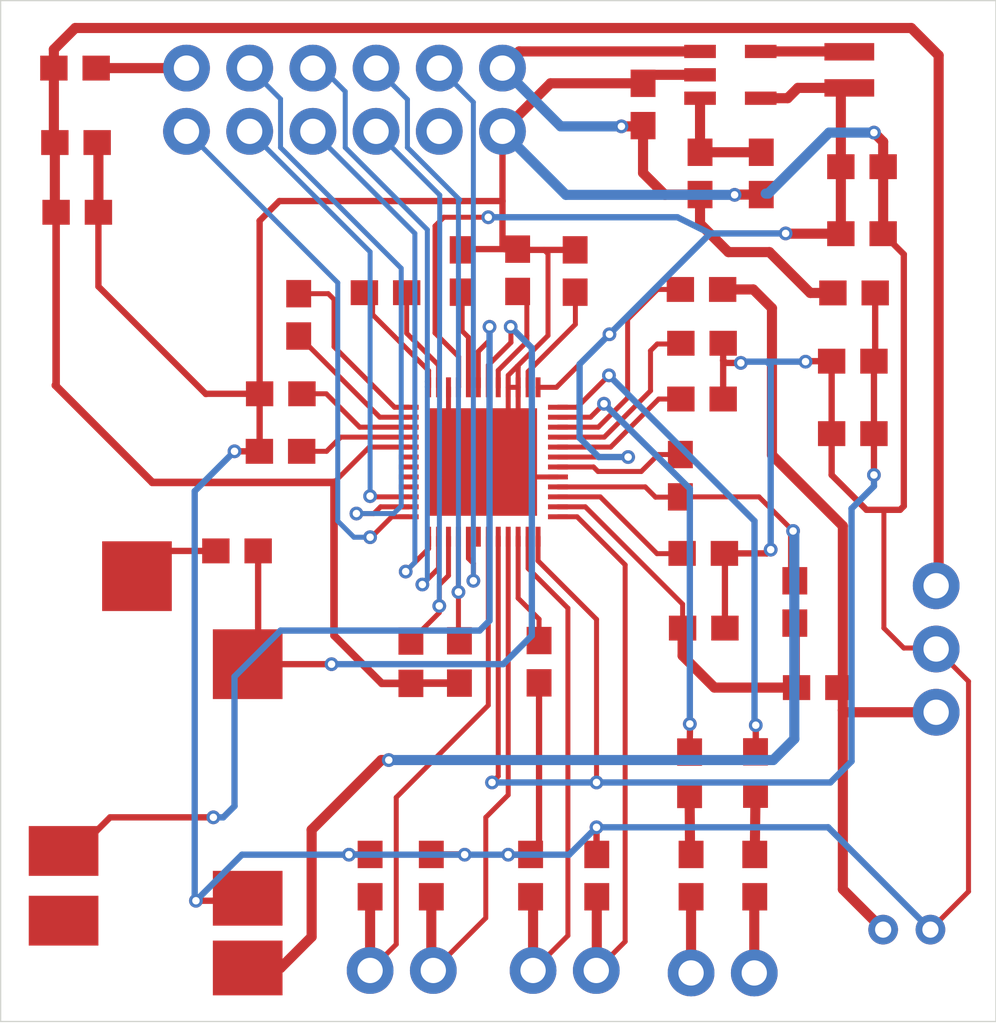
<source format=kicad_pcb>
(kicad_pcb (version 20171130) (host pcbnew "(5.1.4)-1")

  (general
    (thickness 1.6)
    (drawings 4)
    (tracks 467)
    (zones 0)
    (modules 48)
    (nets 55)
  )

  (page A4)
  (layers
    (0 Top signal)
    (31 Bottom signal)
    (32 B.Adhes user)
    (33 F.Adhes user)
    (34 B.Paste user)
    (35 F.Paste user)
    (36 B.SilkS user)
    (37 F.SilkS user)
    (38 B.Mask user)
    (39 F.Mask user)
    (40 Dwgs.User user)
    (41 Cmts.User user)
    (42 Eco1.User user)
    (43 Eco2.User user)
    (44 Edge.Cuts user)
    (45 Margin user)
    (46 B.CrtYd user)
    (47 F.CrtYd user)
    (48 B.Fab user)
    (49 F.Fab user)
  )

  (setup
    (last_trace_width 0.25)
    (trace_clearance 0.127)
    (zone_clearance 0.508)
    (zone_45_only no)
    (trace_min 0.2)
    (via_size 0.8)
    (via_drill 0.4)
    (via_min_size 0.4)
    (via_min_drill 0.3)
    (uvia_size 0.3)
    (uvia_drill 0.1)
    (uvias_allowed no)
    (uvia_min_size 0.2)
    (uvia_min_drill 0.1)
    (edge_width 0.05)
    (segment_width 0.2)
    (pcb_text_width 0.3)
    (pcb_text_size 1.5 1.5)
    (mod_edge_width 0.12)
    (mod_text_size 1 1)
    (mod_text_width 0.15)
    (pad_size 1.524 1.524)
    (pad_drill 0.762)
    (pad_to_mask_clearance 0.051)
    (solder_mask_min_width 0.25)
    (aux_axis_origin 0 0)
    (visible_elements 7FFFFFFF)
    (pcbplotparams
      (layerselection 0x010fc_ffffffff)
      (usegerberextensions false)
      (usegerberattributes false)
      (usegerberadvancedattributes false)
      (creategerberjobfile false)
      (excludeedgelayer true)
      (linewidth 0.100000)
      (plotframeref false)
      (viasonmask false)
      (mode 1)
      (useauxorigin false)
      (hpglpennumber 1)
      (hpglpenspeed 20)
      (hpglpendiameter 15.000000)
      (psnegative false)
      (psa4output false)
      (plotreference true)
      (plotvalue true)
      (plotinvisibletext false)
      (padsonsilk false)
      (subtractmaskfromsilk false)
      (outputformat 1)
      (mirror false)
      (drillshape 1)
      (scaleselection 1)
      (outputdirectory ""))
  )

  (net 0 "")
  (net 1 GND)
  (net 2 3.3V)
  (net 3 5V)
  (net 4 /SPKVDD)
  (net 5 /SPOLN)
  (net 6 "Net-(C20-Pad2)")
  (net 7 /SPORP)
  (net 8 /SPORN)
  (net 9 "Net-(IC1-Pad42)")
  (net 10 /XAUDIO_IRQ)
  (net 11 /XAUDIO_SDA)
  (net 12 /XADUIO_SCL)
  (net 13 /XAUDIO_I2S0_MCLK)
  (net 14 /XADUIO_I2S0_BCLK)
  (net 15 /XADUIO_I2S0_LRCKL)
  (net 16 /XAUDIO_I2S0_DIN)
  (net 17 /XAUDIO_I2S0_DOUT)
  (net 18 "Net-(IC1-Pad33)")
  (net 19 "Net-(IC1-Pad32)")
  (net 20 "Net-(IC1-Pad31)")
  (net 21 "Net-(IC1-Pad30)")
  (net 22 /3.3VDD)
  (net 23 "Net-(C22-Pad2)")
  (net 24 "Net-(C14-Pad1)")
  (net 25 "Net-(C16-Pad2)")
  (net 26 "Net-(C16-Pad1)")
  (net 27 "Net-(C15-Pad1)")
  (net 28 "Net-(C15-Pad2)")
  (net 29 /1.8VDD)
  (net 30 "Net-(C2-Pad1)")
  (net 31 /HPOR)
  (net 32 /HPOL)
  (net 33 /CPVREF)
  (net 34 "Net-(C17-Pad2)")
  (net 35 /LOUTR)
  (net 36 /LOUTL)
  (net 37 "Net-(C24-Pad2)")
  (net 38 "Net-(C19-Pad2)")
  (net 39 "Net-(C18-Pad2)")
  (net 40 "Net-(C6-Pad2)")
  (net 41 /IN1P)
  (net 42 "Net-(C21-Pad2)")
  (net 43 /MICBIAS1)
  (net 44 /SPOLP)
  (net 45 /IN2P)
  (net 46 "Net-(U1-Pad6)")
  (net 47 "Net-(R10-Pad2)")
  (net 48 "Net-(C8-Pad2)")
  (net 49 "Net-(C7-Pad2)")
  (net 50 "Net-(J4-Pad9)")
  (net 51 "Net-(C7-Pad1)")
  (net 52 "Net-(C8-Pad1)")
  (net 53 "Net-(IC2-Pad5)")
  (net 54 "Net-(IC2-Pad3)")

  (net_class Default "This is the default net class."
    (clearance 0.127)
    (trace_width 0.25)
    (via_dia 0.8)
    (via_drill 0.4)
    (uvia_dia 0.3)
    (uvia_drill 0.1)
    (add_net /1.8VDD)
    (add_net /3.3VDD)
    (add_net /CPVREF)
    (add_net /HPOL)
    (add_net /HPOR)
    (add_net /IN1P)
    (add_net /IN2P)
    (add_net /LOUTL)
    (add_net /LOUTR)
    (add_net /MICBIAS1)
    (add_net /SPKVDD)
    (add_net /SPOLN)
    (add_net /SPOLP)
    (add_net /SPORN)
    (add_net /SPORP)
    (add_net /XADUIO_I2S0_BCLK)
    (add_net /XADUIO_I2S0_LRCKL)
    (add_net /XADUIO_SCL)
    (add_net /XAUDIO_I2S0_DIN)
    (add_net /XAUDIO_I2S0_DOUT)
    (add_net /XAUDIO_I2S0_MCLK)
    (add_net /XAUDIO_IRQ)
    (add_net /XAUDIO_SDA)
    (add_net 3.3V)
    (add_net 5V)
    (add_net GND)
    (add_net "Net-(C14-Pad1)")
    (add_net "Net-(C15-Pad1)")
    (add_net "Net-(C15-Pad2)")
    (add_net "Net-(C16-Pad1)")
    (add_net "Net-(C16-Pad2)")
    (add_net "Net-(C17-Pad2)")
    (add_net "Net-(C18-Pad2)")
    (add_net "Net-(C19-Pad2)")
    (add_net "Net-(C2-Pad1)")
    (add_net "Net-(C20-Pad2)")
    (add_net "Net-(C21-Pad2)")
    (add_net "Net-(C22-Pad2)")
    (add_net "Net-(C24-Pad2)")
    (add_net "Net-(C6-Pad2)")
    (add_net "Net-(C7-Pad1)")
    (add_net "Net-(C7-Pad2)")
    (add_net "Net-(C8-Pad1)")
    (add_net "Net-(C8-Pad2)")
    (add_net "Net-(IC1-Pad30)")
    (add_net "Net-(IC1-Pad31)")
    (add_net "Net-(IC1-Pad32)")
    (add_net "Net-(IC1-Pad33)")
    (add_net "Net-(IC1-Pad42)")
    (add_net "Net-(IC2-Pad3)")
    (add_net "Net-(IC2-Pad5)")
    (add_net "Net-(J4-Pad9)")
    (add_net "Net-(R10-Pad2)")
    (add_net "Net-(U1-Pad6)")
  )

  (module audioCodec:0603 (layer Top) (tedit 5DCE0E90) (tstamp 5DC8C6E8)
    (at 154.3211 88.6736 270)
    (descr "<p><b>Generic 1608 (0603) package</b></p>\n<p>0.2mm courtyard excess rounded to nearest 0.05mm.</p>")
    (path /5D5D4D2F)
    (fp_poly (pts (xy -1.6 -0.7) (xy 1.6 -0.7) (xy 1.6 0.7) (xy -1.6 0.7)) (layer F.CrtYd) (width 0.1))
    (pad 2 smd rect (at 0.85 0 270) (size 1.1 1) (layers Top F.Paste F.Mask)
      (net 3 5V) (solder_mask_margin 0.0635))
    (pad 1 smd rect (at -0.85 0 270) (size 1.1 1) (layers Top F.Paste F.Mask)
      (net 1 GND) (solder_mask_margin 0.0635))
  )

  (module audioCodec:0603 (layer Top) (tedit 5DCE0E90) (tstamp 5DC8C6F6)
    (at 152.4611 119.6436 90)
    (descr "<p><b>Generic 1608 (0603) package</b></p>\n<p>0.2mm courtyard excess rounded to nearest 0.05mm.</p>")
    (path /D15AE8CB)
    (fp_poly (pts (xy -1.6 -0.7) (xy 1.6 -0.7) (xy 1.6 0.7) (xy -1.6 0.7)) (layer F.CrtYd) (width 0.1))
    (pad 2 smd rect (at 0.85 0 90) (size 1.1 1) (layers Top F.Paste F.Mask)
      (net 1 GND) (solder_mask_margin 0.0635))
    (pad 1 smd rect (at -0.85 0 90) (size 1.1 1) (layers Top F.Paste F.Mask)
      (net 44 /SPOLP) (solder_mask_margin 0.0635))
  )

  (module audioCodec:0603 (layer Top) (tedit 5DCE0E90) (tstamp 5DC8C704)
    (at 143.3511 119.6436 90)
    (descr "<p><b>Generic 1608 (0603) package</b></p>\n<p>0.2mm courtyard excess rounded to nearest 0.05mm.</p>")
    (path /EB363DE9)
    (fp_poly (pts (xy -1.6 -0.7) (xy 1.6 -0.7) (xy 1.6 0.7) (xy -1.6 0.7)) (layer F.CrtYd) (width 0.1))
    (pad 2 smd rect (at 0.85 0 90) (size 1.1 1) (layers Top F.Paste F.Mask)
      (net 1 GND) (solder_mask_margin 0.0635))
    (pad 1 smd rect (at -0.85 0 90) (size 1.1 1) (layers Top F.Paste F.Mask)
      (net 8 /SPORN) (solder_mask_margin 0.0635))
  )

  (module audioCodec:0603 (layer Top) (tedit 5DCE0E90) (tstamp 5DC8C712)
    (at 145.8111 119.6436 90)
    (descr "<p><b>Generic 1608 (0603) package</b></p>\n<p>0.2mm courtyard excess rounded to nearest 0.05mm.</p>")
    (path /FEEF966F)
    (fp_poly (pts (xy -1.6 -0.7) (xy 1.6 -0.7) (xy 1.6 0.7) (xy -1.6 0.7)) (layer F.CrtYd) (width 0.1))
    (pad 2 smd rect (at 0.85 0 90) (size 1.1 1) (layers Top F.Paste F.Mask)
      (net 1 GND) (solder_mask_margin 0.0635))
    (pad 1 smd rect (at -0.85 0 90) (size 1.1 1) (layers Top F.Paste F.Mask)
      (net 7 /SPORP) (solder_mask_margin 0.0635))
  )

  (module audioCodec:0603 (layer Top) (tedit 5DCE0E90) (tstamp 5DC8C720)
    (at 139.7611 100.2936 180)
    (descr "<p><b>Generic 1608 (0603) package</b></p>\n<p>0.2mm courtyard excess rounded to nearest 0.05mm.</p>")
    (path /DDD5A22D)
    (fp_poly (pts (xy -1.6 -0.7) (xy 1.6 -0.7) (xy 1.6 0.7) (xy -1.6 0.7)) (layer F.CrtYd) (width 0.1))
    (pad 2 smd rect (at 0.85 0 180) (size 1.1 1) (layers Top F.Paste F.Mask)
      (net 1 GND) (solder_mask_margin 0.0635))
    (pad 1 smd rect (at -0.85 0 180) (size 1.1 1) (layers Top F.Paste F.Mask)
      (net 24 "Net-(C14-Pad1)") (solder_mask_margin 0.0635))
  )

  (module audioCodec:0603 (layer Top) (tedit 5DCE0E90) (tstamp 5DC8C72E)
    (at 143.9711 96.2336)
    (descr "<p><b>Generic 1608 (0603) package</b></p>\n<p>0.2mm courtyard excess rounded to nearest 0.05mm.</p>")
    (path /0E2BA473)
    (fp_poly (pts (xy -1.6 -0.7) (xy 1.6 -0.7) (xy 1.6 0.7) (xy -1.6 0.7)) (layer F.CrtYd) (width 0.1))
    (pad 2 smd rect (at 0.85 0) (size 1.1 1) (layers Top F.Paste F.Mask)
      (net 28 "Net-(C15-Pad2)") (solder_mask_margin 0.0635))
    (pad 1 smd rect (at -0.85 0) (size 1.1 1) (layers Top F.Paste F.Mask)
      (net 27 "Net-(C15-Pad1)") (solder_mask_margin 0.0635))
  )

  (module audioCodec:0603 (layer Top) (tedit 5DCE0E90) (tstamp 5DC8C73C)
    (at 140.4811 97.1236 270)
    (descr "<p><b>Generic 1608 (0603) package</b></p>\n<p>0.2mm courtyard excess rounded to nearest 0.05mm.</p>")
    (path /95990F93)
    (fp_poly (pts (xy -1.6 -0.7) (xy 1.6 -0.7) (xy 1.6 0.7) (xy -1.6 0.7)) (layer F.CrtYd) (width 0.1))
    (pad 2 smd rect (at 0.85 0 270) (size 1.1 1) (layers Top F.Paste F.Mask)
      (net 25 "Net-(C16-Pad2)") (solder_mask_margin 0.0635))
    (pad 1 smd rect (at -0.85 0 270) (size 1.1 1) (layers Top F.Paste F.Mask)
      (net 26 "Net-(C16-Pad1)") (solder_mask_margin 0.0635))
  )

  (module audioCodec:0603 (layer Top) (tedit 5DCE0E90) (tstamp 5DC8C74A)
    (at 151.5911 95.3636 270)
    (descr "<p><b>Generic 1608 (0603) package</b></p>\n<p>0.2mm courtyard excess rounded to nearest 0.05mm.</p>")
    (path /B7EEE3FC)
    (fp_poly (pts (xy -1.6 -0.7) (xy 1.6 -0.7) (xy 1.6 0.7) (xy -1.6 0.7)) (layer F.CrtYd) (width 0.1))
    (pad 2 smd rect (at 0.85 0 270) (size 1.1 1) (layers Top F.Paste F.Mask)
      (net 34 "Net-(C17-Pad2)") (solder_mask_margin 0.0635))
    (pad 1 smd rect (at -0.85 0 270) (size 1.1 1) (layers Top F.Paste F.Mask)
      (net 1 GND) (solder_mask_margin 0.0635))
  )

  (module audioCodec:0603 (layer Top) (tedit 5DCE0E90) (tstamp 5DC8C758)
    (at 156.6911 100.5036 180)
    (descr "<p><b>Generic 1608 (0603) package</b></p>\n<p>0.2mm courtyard excess rounded to nearest 0.05mm.</p>")
    (path /6C5089DC)
    (fp_poly (pts (xy -1.6 -0.7) (xy 1.6 -0.7) (xy 1.6 0.7) (xy -1.6 0.7)) (layer F.CrtYd) (width 0.1))
    (pad 2 smd rect (at 0.85 0 180) (size 1.1 1) (layers Top F.Paste F.Mask)
      (net 39 "Net-(C18-Pad2)") (solder_mask_margin 0.0635))
    (pad 1 smd rect (at -0.85 0 180) (size 1.1 1) (layers Top F.Paste F.Mask)
      (net 1 GND) (solder_mask_margin 0.0635))
  )

  (module audioCodec:0603 (layer Top) (tedit 5DCE0E90) (tstamp 5DC8C766)
    (at 156.6911 98.2636 180)
    (descr "<p><b>Generic 1608 (0603) package</b></p>\n<p>0.2mm courtyard excess rounded to nearest 0.05mm.</p>")
    (path /C70CFC49)
    (fp_poly (pts (xy -1.6 -0.7) (xy 1.6 -0.7) (xy 1.6 0.7) (xy -1.6 0.7)) (layer F.CrtYd) (width 0.1))
    (pad 2 smd rect (at 0.85 0 180) (size 1.1 1) (layers Top F.Paste F.Mask)
      (net 38 "Net-(C19-Pad2)") (solder_mask_margin 0.0635))
    (pad 1 smd rect (at -0.85 0 180) (size 1.1 1) (layers Top F.Paste F.Mask)
      (net 1 GND) (solder_mask_margin 0.0635))
  )

  (module audioCodec:0603 (layer Top) (tedit 5DCE0E90) (tstamp 5DC8C774)
    (at 147.0511 95.3636 90)
    (descr "<p><b>Generic 1608 (0603) package</b></p>\n<p>0.2mm courtyard excess rounded to nearest 0.05mm.</p>")
    (path /00AD4B43)
    (fp_poly (pts (xy -1.6 -0.7) (xy 1.6 -0.7) (xy 1.6 0.7) (xy -1.6 0.7)) (layer F.CrtYd) (width 0.1))
    (pad 2 smd rect (at 0.85 0 90) (size 1.1 1) (layers Top F.Paste F.Mask)
      (net 1 GND) (solder_mask_margin 0.0635))
    (pad 1 smd rect (at -0.85 0 90) (size 1.1 1) (layers Top F.Paste F.Mask)
      (net 30 "Net-(C2-Pad1)") (solder_mask_margin 0.0635))
  )

  (module audioCodec:0603 (layer Top) (tedit 5DCE0E90) (tstamp 5DC8C782)
    (at 150.1411 111.0536 90)
    (descr "<p><b>Generic 1608 (0603) package</b></p>\n<p>0.2mm courtyard excess rounded to nearest 0.05mm.</p>")
    (path /101F579F)
    (fp_poly (pts (xy -1.6 -0.7) (xy 1.6 -0.7) (xy 1.6 0.7) (xy -1.6 0.7)) (layer F.CrtYd) (width 0.1))
    (pad 2 smd rect (at 0.85 0 90) (size 1.1 1) (layers Top F.Paste F.Mask)
      (net 6 "Net-(C20-Pad2)") (solder_mask_margin 0.0635))
    (pad 1 smd rect (at -0.85 0 90) (size 1.1 1) (layers Top F.Paste F.Mask)
      (net 1 GND) (solder_mask_margin 0.0635))
  )

  (module audioCodec:0603 (layer Top) (tedit 5DCE0E90) (tstamp 5DC8C790)
    (at 156.7411 106.7036 180)
    (descr "<p><b>Generic 1608 (0603) package</b></p>\n<p>0.2mm courtyard excess rounded to nearest 0.05mm.</p>")
    (path /E0E06E0F)
    (fp_poly (pts (xy -1.6 -0.7) (xy 1.6 -0.7) (xy 1.6 0.7) (xy -1.6 0.7)) (layer F.CrtYd) (width 0.1))
    (pad 2 smd rect (at 0.85 0 180) (size 1.1 1) (layers Top F.Paste F.Mask)
      (net 42 "Net-(C21-Pad2)") (solder_mask_margin 0.0635))
    (pad 1 smd rect (at -0.85 0 180) (size 1.1 1) (layers Top F.Paste F.Mask)
      (net 1 GND) (solder_mask_margin 0.0635))
  )

  (module audioCodec:0603 (layer Top) (tedit 5DCE0E90) (tstamp 5DC8C79E)
    (at 139.7511 102.6036)
    (descr "<p><b>Generic 1608 (0603) package</b></p>\n<p>0.2mm courtyard excess rounded to nearest 0.05mm.</p>")
    (path /CDD814CC)
    (fp_poly (pts (xy -1.6 -0.7) (xy 1.6 -0.7) (xy 1.6 0.7) (xy -1.6 0.7)) (layer F.CrtYd) (width 0.1))
    (pad 2 smd rect (at 0.85 0) (size 1.1 1) (layers Top F.Paste F.Mask)
      (net 23 "Net-(C22-Pad2)") (solder_mask_margin 0.0635))
    (pad 1 smd rect (at -0.85 0) (size 1.1 1) (layers Top F.Paste F.Mask)
      (net 1 GND) (solder_mask_margin 0.0635))
  )

  (module audioCodec:0603 (layer Top) (tedit 5DCE0E90) (tstamp 5DC8C7AC)
    (at 156.7611 109.7036 180)
    (descr "<p><b>Generic 1608 (0603) package</b></p>\n<p>0.2mm courtyard excess rounded to nearest 0.05mm.</p>")
    (path /FE2E0BD7)
    (fp_poly (pts (xy -1.6 -0.7) (xy 1.6 -0.7) (xy 1.6 0.7) (xy -1.6 0.7)) (layer F.CrtYd) (width 0.1))
    (pad 2 smd rect (at 0.85 0 180) (size 1.1 1) (layers Top F.Paste F.Mask)
      (net 43 /MICBIAS1) (solder_mask_margin 0.0635))
    (pad 1 smd rect (at -0.85 0 180) (size 1.1 1) (layers Top F.Paste F.Mask)
      (net 1 GND) (solder_mask_margin 0.0635))
  )

  (module audioCodec:0603 (layer Top) (tedit 5DCE0E90) (tstamp 5DC8C7BA)
    (at 156.6711 96.1036 180)
    (descr "<p><b>Generic 1608 (0603) package</b></p>\n<p>0.2mm courtyard excess rounded to nearest 0.05mm.</p>")
    (path /B61CC9C1)
    (fp_poly (pts (xy -1.6 -0.7) (xy 1.6 -0.7) (xy 1.6 0.7) (xy -1.6 0.7)) (layer F.CrtYd) (width 0.1))
    (pad 2 smd rect (at 0.85 0 180) (size 1.1 1) (layers Top F.Paste F.Mask)
      (net 37 "Net-(C24-Pad2)") (solder_mask_margin 0.0635))
    (pad 1 smd rect (at -0.85 0 180) (size 1.1 1) (layers Top F.Paste F.Mask)
      (net 45 /IN2P) (solder_mask_margin 0.0635))
  )

  (module audioCodec:0603 (layer Top) (tedit 5DCE0E90) (tstamp 5DC8C7C8)
    (at 162.7511 98.9836 180)
    (descr "<p><b>Generic 1608 (0603) package</b></p>\n<p>0.2mm courtyard excess rounded to nearest 0.05mm.</p>")
    (path /B124C205)
    (fp_poly (pts (xy -1.6 -0.7) (xy 1.6 -0.7) (xy 1.6 0.7) (xy -1.6 0.7)) (layer F.CrtYd) (width 0.1))
    (pad 2 smd rect (at 0.85 0 180) (size 1.1 1) (layers Top F.Paste F.Mask)
      (net 1 GND) (solder_mask_margin 0.0635))
    (pad 1 smd rect (at -0.85 0 180) (size 1.1 1) (layers Top F.Paste F.Mask)
      (net 4 /SPKVDD) (solder_mask_margin 0.0635))
  )

  (module audioCodec:0603 (layer Top) (tedit 5DCE0E90) (tstamp 5DC8C7D6)
    (at 162.7511 101.8936 180)
    (descr "<p><b>Generic 1608 (0603) package</b></p>\n<p>0.2mm courtyard excess rounded to nearest 0.05mm.</p>")
    (path /AB5F11BD)
    (fp_poly (pts (xy -1.6 -0.7) (xy 1.6 -0.7) (xy 1.6 0.7) (xy -1.6 0.7)) (layer F.CrtYd) (width 0.1))
    (pad 2 smd rect (at 0.85 0 180) (size 1.1 1) (layers Top F.Paste F.Mask)
      (net 1 GND) (solder_mask_margin 0.0635))
    (pad 1 smd rect (at -0.85 0 180) (size 1.1 1) (layers Top F.Paste F.Mask)
      (net 4 /SPKVDD) (solder_mask_margin 0.0635))
  )

  (module audioCodec:0603 (layer Top) (tedit 5DCE0E90) (tstamp 5DC8C7E4)
    (at 131.5311 90.2036)
    (descr "<p><b>Generic 1608 (0603) package</b></p>\n<p>0.2mm courtyard excess rounded to nearest 0.05mm.</p>")
    (path /2729CC2A)
    (fp_poly (pts (xy -1.6 -0.7) (xy 1.6 -0.7) (xy 1.6 0.7) (xy -1.6 0.7)) (layer F.CrtYd) (width 0.1))
    (pad 2 smd rect (at 0.85 0) (size 1.1 1) (layers Top F.Paste F.Mask)
      (net 1 GND) (solder_mask_margin 0.0635))
    (pad 1 smd rect (at -0.85 0) (size 1.1 1) (layers Top F.Paste F.Mask)
      (net 22 /3.3VDD) (solder_mask_margin 0.0635))
  )

  (module audioCodec:0603 (layer Top) (tedit 5DCE0E90) (tstamp 5DC8C7F2)
    (at 131.5811 93.0036)
    (descr "<p><b>Generic 1608 (0603) package</b></p>\n<p>0.2mm courtyard excess rounded to nearest 0.05mm.</p>")
    (path /0E636C87)
    (fp_poly (pts (xy -1.6 -0.7) (xy 1.6 -0.7) (xy 1.6 0.7) (xy -1.6 0.7)) (layer F.CrtYd) (width 0.1))
    (pad 2 smd rect (at 0.85 0) (size 1.1 1) (layers Top F.Paste F.Mask)
      (net 1 GND) (solder_mask_margin 0.0635))
    (pad 1 smd rect (at -0.85 0) (size 1.1 1) (layers Top F.Paste F.Mask)
      (net 22 /3.3VDD) (solder_mask_margin 0.0635))
  )

  (module audioCodec:0603 (layer Top) (tedit 5DCE0E90) (tstamp 5DC8C800)
    (at 163.1211 91.1736)
    (descr "<p><b>Generic 1608 (0603) package</b></p>\n<p>0.2mm courtyard excess rounded to nearest 0.05mm.</p>")
    (path /C3EA450F)
    (fp_poly (pts (xy -1.6 -0.7) (xy 1.6 -0.7) (xy 1.6 0.7) (xy -1.6 0.7)) (layer F.CrtYd) (width 0.1))
    (pad 2 smd rect (at 0.85 0) (size 1.1 1) (layers Top F.Paste F.Mask)
      (net 1 GND) (solder_mask_margin 0.0635))
    (pad 1 smd rect (at -0.85 0) (size 1.1 1) (layers Top F.Paste F.Mask)
      (net 29 /1.8VDD) (solder_mask_margin 0.0635))
  )

  (module audioCodec:0603 (layer Top) (tedit 5DCE0E90) (tstamp 5DC8C80E)
    (at 163.1211 93.8636)
    (descr "<p><b>Generic 1608 (0603) package</b></p>\n<p>0.2mm courtyard excess rounded to nearest 0.05mm.</p>")
    (path /03F6E73E)
    (fp_poly (pts (xy -1.6 -0.7) (xy 1.6 -0.7) (xy 1.6 0.7) (xy -1.6 0.7)) (layer F.CrtYd) (width 0.1))
    (pad 2 smd rect (at 0.85 0) (size 1.1 1) (layers Top F.Paste F.Mask)
      (net 1 GND) (solder_mask_margin 0.0635))
    (pad 1 smd rect (at -0.85 0) (size 1.1 1) (layers Top F.Paste F.Mask)
      (net 29 /1.8VDD) (solder_mask_margin 0.0635))
  )

  (module audioCodec:0603 (layer Top) (tedit 5DCE0E90) (tstamp 5DC8C81C)
    (at 155.8211 103.5836 90)
    (descr "<p><b>Generic 1608 (0603) package</b></p>\n<p>0.2mm courtyard excess rounded to nearest 0.05mm.</p>")
    (path /E0EBCD02)
    (fp_poly (pts (xy -1.6 -0.7) (xy 1.6 -0.7) (xy 1.6 0.7) (xy -1.6 0.7)) (layer F.CrtYd) (width 0.1))
    (pad 2 smd rect (at 0.85 0 90) (size 1.1 1) (layers Top F.Paste F.Mask)
      (net 40 "Net-(C6-Pad2)") (solder_mask_margin 0.0635))
    (pad 1 smd rect (at -0.85 0 90) (size 1.1 1) (layers Top F.Paste F.Mask)
      (net 41 /IN1P) (solder_mask_margin 0.0635))
  )

  (module audioCodec:0603 (layer Top) (tedit 5DCE0E90) (tstamp 5DC8C82A)
    (at 156.2511 119.6436 270)
    (descr "<p><b>Generic 1608 (0603) package</b></p>\n<p>0.2mm courtyard excess rounded to nearest 0.05mm.</p>")
    (path /092D9240)
    (fp_poly (pts (xy -1.6 -0.7) (xy 1.6 -0.7) (xy 1.6 0.7) (xy -1.6 0.7)) (layer F.CrtYd) (width 0.1))
    (pad 2 smd rect (at 0.85 0 270) (size 1.1 1) (layers Top F.Paste F.Mask)
      (net 49 "Net-(C7-Pad2)") (solder_mask_margin 0.0635))
    (pad 1 smd rect (at -0.85 0 270) (size 1.1 1) (layers Top F.Paste F.Mask)
      (net 51 "Net-(C7-Pad1)") (solder_mask_margin 0.0635))
  )

  (module audioCodec:0603 (layer Top) (tedit 5DCE0E90) (tstamp 5DC8C838)
    (at 158.8111 119.6436 270)
    (descr "<p><b>Generic 1608 (0603) package</b></p>\n<p>0.2mm courtyard excess rounded to nearest 0.05mm.</p>")
    (path /6F97CAD7)
    (fp_poly (pts (xy -1.6 -0.7) (xy 1.6 -0.7) (xy 1.6 0.7) (xy -1.6 0.7)) (layer F.CrtYd) (width 0.1))
    (pad 2 smd rect (at 0.85 0 270) (size 1.1 1) (layers Top F.Paste F.Mask)
      (net 48 "Net-(C8-Pad2)") (solder_mask_margin 0.0635))
    (pad 1 smd rect (at -0.85 0 270) (size 1.1 1) (layers Top F.Paste F.Mask)
      (net 52 "Net-(C8-Pad1)") (solder_mask_margin 0.0635))
  )

  (module audioCodec:0603 (layer Top) (tedit 5DCE0E90) (tstamp 5DC8C846)
    (at 149.8011 119.6436 90)
    (descr "<p><b>Generic 1608 (0603) package</b></p>\n<p>0.2mm courtyard excess rounded to nearest 0.05mm.</p>")
    (path /4A58C60C)
    (fp_poly (pts (xy -1.6 -0.7) (xy 1.6 -0.7) (xy 1.6 0.7) (xy -1.6 0.7)) (layer F.CrtYd) (width 0.1))
    (pad 2 smd rect (at 0.85 0 90) (size 1.1 1) (layers Top F.Paste F.Mask)
      (net 1 GND) (solder_mask_margin 0.0635))
    (pad 1 smd rect (at -0.85 0 90) (size 1.1 1) (layers Top F.Paste F.Mask)
      (net 5 /SPOLN) (solder_mask_margin 0.0635))
  )

  (module audioCodec:QFN50P700X700X100-49N (layer Top) (tedit 5DCE1066) (tstamp 5DC8C854)
    (at 147.9011 103.0336 180)
    (descr "<b>RGZ (S-PVQFN-N48)_4</b><br>\n")
    (path /22F7723E)
    (fp_poly (pts (xy -3.6 -3.6) (xy 3.6 -3.6) (xy 3.6 3.6) (xy -3.6 3.6)) (layer F.CrtYd) (width 0.1))
    (pad 1 smd rect (at -3 -2.2 180) (size 0.8 0.2) (layers Top F.Paste F.Mask)
      (net 44 /SPOLP) (solder_mask_margin 0.0635))
    (pad 2 smd rect (at -3 -1.8 180) (size 0.8 0.2) (layers Top F.Paste F.Mask)
      (net 43 /MICBIAS1) (solder_mask_margin 0.0635))
    (pad 3 smd rect (at -3 -1.4 180) (size 0.8 0.2) (layers Top F.Paste F.Mask)
      (net 42 "Net-(C21-Pad2)") (solder_mask_margin 0.0635))
    (pad 4 smd rect (at -3 -1 180) (size 0.8 0.2) (layers Top F.Paste F.Mask)
      (net 41 /IN1P) (solder_mask_margin 0.0635))
    (pad 5 smd rect (at -3 -0.6 180) (size 0.8 0.2) (layers Top F.Paste F.Mask)
      (net 1 GND) (solder_mask_margin 0.0635))
    (pad 6 smd rect (at -3 -0.2 180) (size 0.8 0.2) (layers Top F.Paste F.Mask)
      (net 40 "Net-(C6-Pad2)") (solder_mask_margin 0.0635))
    (pad 7 smd rect (at -3 0.2 180) (size 0.8 0.2) (layers Top F.Paste F.Mask)
      (net 29 /1.8VDD) (solder_mask_margin 0.0635))
    (pad 8 smd rect (at -3 0.6 180) (size 0.8 0.2) (layers Top F.Paste F.Mask)
      (net 39 "Net-(C18-Pad2)") (solder_mask_margin 0.0635))
    (pad 9 smd rect (at -3 1 180) (size 0.8 0.2) (layers Top F.Paste F.Mask)
      (net 38 "Net-(C19-Pad2)") (solder_mask_margin 0.0635))
    (pad 10 smd rect (at -3 1.4 180) (size 0.8 0.2) (layers Top F.Paste F.Mask)
      (net 37 "Net-(C24-Pad2)") (solder_mask_margin 0.0635))
    (pad 11 smd rect (at -3 1.8 180) (size 0.8 0.2) (layers Top F.Paste F.Mask)
      (net 36 /LOUTL) (solder_mask_margin 0.0635))
    (pad 12 smd rect (at -3 2.2 180) (size 0.8 0.2) (layers Top F.Paste F.Mask)
      (net 35 /LOUTR) (solder_mask_margin 0.0635))
    (pad 13 smd rect (at -2.2 3 270) (size 0.8 0.2) (layers Top F.Paste F.Mask)
      (net 29 /1.8VDD) (solder_mask_margin 0.0635))
    (pad 14 smd rect (at -1.8 3 270) (size 0.8 0.2) (layers Top F.Paste F.Mask)
      (net 34 "Net-(C17-Pad2)") (solder_mask_margin 0.0635))
    (pad 15 smd rect (at -1.4 3 270) (size 0.8 0.2) (layers Top F.Paste F.Mask)
      (net 1 GND) (solder_mask_margin 0.0635))
    (pad 16 smd rect (at -1 3 270) (size 0.8 0.2) (layers Top F.Paste F.Mask)
      (net 1 GND) (solder_mask_margin 0.0635))
    (pad 17 smd rect (at -0.6 3 270) (size 0.8 0.2) (layers Top F.Paste F.Mask)
      (net 33 /CPVREF) (solder_mask_margin 0.0635))
    (pad 18 smd rect (at -0.2 3 270) (size 0.8 0.2) (layers Top F.Paste F.Mask)
      (net 32 /HPOL) (solder_mask_margin 0.0635))
    (pad 19 smd rect (at 0.2 3 270) (size 0.8 0.2) (layers Top F.Paste F.Mask)
      (net 31 /HPOR) (solder_mask_margin 0.0635))
    (pad 20 smd rect (at 0.6 3 270) (size 0.8 0.2) (layers Top F.Paste F.Mask)
      (net 30 "Net-(C2-Pad1)") (solder_mask_margin 0.0635))
    (pad 21 smd rect (at 1 3 270) (size 0.8 0.2) (layers Top F.Paste F.Mask)
      (net 29 /1.8VDD) (solder_mask_margin 0.0635))
    (pad 22 smd rect (at 1.4 3 270) (size 0.8 0.2) (layers Top F.Paste F.Mask)
      (net 1 GND) (solder_mask_margin 0.0635))
    (pad 23 smd rect (at 1.8 3 270) (size 0.8 0.2) (layers Top F.Paste F.Mask)
      (net 28 "Net-(C15-Pad2)") (solder_mask_margin 0.0635))
    (pad 24 smd rect (at 2.2 3 270) (size 0.8 0.2) (layers Top F.Paste F.Mask)
      (net 27 "Net-(C15-Pad1)") (solder_mask_margin 0.0635))
    (pad 25 smd rect (at 3 2.2 180) (size 0.8 0.2) (layers Top F.Paste F.Mask)
      (net 26 "Net-(C16-Pad1)") (solder_mask_margin 0.0635))
    (pad 26 smd rect (at 3 1.8 180) (size 0.8 0.2) (layers Top F.Paste F.Mask)
      (net 25 "Net-(C16-Pad2)") (solder_mask_margin 0.0635))
    (pad 27 smd rect (at 3 1.4 180) (size 0.8 0.2) (layers Top F.Paste F.Mask)
      (net 24 "Net-(C14-Pad1)") (solder_mask_margin 0.0635))
    (pad 28 smd rect (at 3 1 180) (size 0.8 0.2) (layers Top F.Paste F.Mask)
      (net 23 "Net-(C22-Pad2)") (solder_mask_margin 0.0635))
    (pad 29 smd rect (at 3 0.6 180) (size 0.8 0.2) (layers Top F.Paste F.Mask)
      (net 22 /3.3VDD) (solder_mask_margin 0.0635))
    (pad 30 smd rect (at 3 0.2 180) (size 0.8 0.2) (layers Top F.Paste F.Mask)
      (net 21 "Net-(IC1-Pad30)") (solder_mask_margin 0.0635))
    (pad 31 smd rect (at 3 -0.2 180) (size 0.8 0.2) (layers Top F.Paste F.Mask)
      (net 20 "Net-(IC1-Pad31)") (solder_mask_margin 0.0635))
    (pad 32 smd rect (at 3 -0.6 180) (size 0.8 0.2) (layers Top F.Paste F.Mask)
      (net 19 "Net-(IC1-Pad32)") (solder_mask_margin 0.0635))
    (pad 33 smd rect (at 3 -1 180) (size 0.8 0.2) (layers Top F.Paste F.Mask)
      (net 18 "Net-(IC1-Pad33)") (solder_mask_margin 0.0635))
    (pad 34 smd rect (at 3 -1.4 180) (size 0.8 0.2) (layers Top F.Paste F.Mask)
      (net 17 /XAUDIO_I2S0_DOUT) (solder_mask_margin 0.0635))
    (pad 35 smd rect (at 3 -1.8 180) (size 0.8 0.2) (layers Top F.Paste F.Mask)
      (net 16 /XAUDIO_I2S0_DIN) (solder_mask_margin 0.0635))
    (pad 36 smd rect (at 3 -2.2 180) (size 0.8 0.2) (layers Top F.Paste F.Mask)
      (net 15 /XADUIO_I2S0_LRCKL) (solder_mask_margin 0.0635))
    (pad 37 smd rect (at 2.2 -3 270) (size 0.8 0.2) (layers Top F.Paste F.Mask)
      (net 14 /XADUIO_I2S0_BCLK) (solder_mask_margin 0.0635))
    (pad 38 smd rect (at 1.8 -3 270) (size 0.8 0.2) (layers Top F.Paste F.Mask)
      (net 13 /XAUDIO_I2S0_MCLK) (solder_mask_margin 0.0635))
    (pad 39 smd rect (at 1.4 -3 270) (size 0.8 0.2) (layers Top F.Paste F.Mask)
      (net 12 /XADUIO_SCL) (solder_mask_margin 0.0635))
    (pad 40 smd rect (at 1 -3 270) (size 0.8 0.2) (layers Top F.Paste F.Mask)
      (net 11 /XAUDIO_SDA) (solder_mask_margin 0.0635))
    (pad 41 smd rect (at 0.6 -3 270) (size 0.8 0.2) (layers Top F.Paste F.Mask)
      (net 10 /XAUDIO_IRQ) (solder_mask_margin 0.0635))
    (pad 42 smd rect (at 0.2 -3 270) (size 0.8 0.2) (layers Top F.Paste F.Mask)
      (net 9 "Net-(IC1-Pad42)") (solder_mask_margin 0.0635))
    (pad 43 smd rect (at -0.2 -3 270) (size 0.8 0.2) (layers Top F.Paste F.Mask)
      (net 8 /SPORN) (solder_mask_margin 0.0635))
    (pad 44 smd rect (at -0.6 -3 270) (size 0.8 0.2) (layers Top F.Paste F.Mask)
      (net 4 /SPKVDD) (solder_mask_margin 0.0635))
    (pad 45 smd rect (at -1 -3 270) (size 0.8 0.2) (layers Top F.Paste F.Mask)
      (net 7 /SPORP) (solder_mask_margin 0.0635))
    (pad 46 smd rect (at -1.4 -3 270) (size 0.8 0.2) (layers Top F.Paste F.Mask)
      (net 6 "Net-(C20-Pad2)") (solder_mask_margin 0.0635))
    (pad 47 smd rect (at -1.8 -3 270) (size 0.8 0.2) (layers Top F.Paste F.Mask)
      (net 5 /SPOLN) (solder_mask_margin 0.0635))
    (pad 48 smd rect (at -2.2 -3 270) (size 0.8 0.2) (layers Top F.Paste F.Mask)
      (net 4 /SPKVDD) (solder_mask_margin 0.0635))
    (pad 49 smd rect (at 0 0 270) (size 4.318 4.318) (layers Top F.Paste F.Mask)
      (net 1 GND) (solder_mask_margin 0.0635))
  )

  (module audioCodec:SOT95P284X122-5N (layer Top) (tedit 5DCE1EDB) (tstamp 5DC8C892)
    (at 157.8311 87.4836)
    (descr "<b>SOT95P284X122-5N</b><br>\n")
    (path /BC34DC86)
    (fp_poly (pts (xy -2 -1.6) (xy 1.9 -1.6) (xy 1.9 1.7) (xy -2 1.7)) (layer F.CrtYd) (width 0.1))
    (pad 5 smd rect (at 1.2192 -0.9398) (size 1.27 0.5334) (layers Top F.Paste F.Mask)
      (net 53 "Net-(IC2-Pad5)") (solder_mask_margin 0.0635))
    (pad 4 smd rect (at 1.2192 0.9398) (size 1.27 0.5334) (layers Top F.Paste F.Mask)
      (net 29 /1.8VDD) (solder_mask_margin 0.0635))
    (pad 3 smd rect (at -1.2192 0.9398) (size 1.27 0.5334) (layers Top F.Paste F.Mask)
      (net 54 "Net-(IC2-Pad3)") (solder_mask_margin 0.0635))
    (pad 2 smd rect (at -1.2192 0) (size 1.27 0.5334) (layers Top F.Paste F.Mask)
      (net 1 GND) (solder_mask_margin 0.0635))
    (pad 1 smd rect (at -1.2192 -0.9398) (size 1.27 0.5334) (layers Top F.Paste F.Mask)
      (net 3 5V) (solder_mask_margin 0.0635))
  )

  (module audioCodec:1X02 (layer Top) (tedit 5DCE1F6D) (tstamp 5DC8C8B5)
    (at 156.2511 123.5536)
    (descr "<h3>Plated Through Hole</h3>\n<p>Specifications:\n<ul><li>Pin count:2</li>\n<li>Pin pitch:0.1\"</li>\n</ul></p>\n<p>Example device(s):\n<ul><li>CONN_02</li>\n</ul></p>")
    (path /449C7C68)
    (fp_poly (pts (xy -1.5 -1.2) (xy 3.9 -1.2) (xy 3.9 1.3) (xy -1.5 1.3)) (layer B.CrtYd) (width 0.1))
    (fp_poly (pts (xy -1.5 -1.2) (xy 3.9 -1.2) (xy 3.9 1.3) (xy -1.5 1.3)) (layer F.CrtYd) (width 0.1))
    (pad 2 thru_hole circle (at 2.54 0 90) (size 1.8796 1.8796) (drill 1.016) (layers *.Cu *.Mask)
      (net 48 "Net-(C8-Pad2)") (solder_mask_margin 0.0635))
    (pad 1 thru_hole circle (at 0 0 90) (size 1.8796 1.8796) (drill 1.016) (layers *.Cu *.Mask)
      (net 49 "Net-(C7-Pad2)") (solder_mask_margin 0.0635))
  )

  (module audioCodec:1X02 (layer Top) (tedit 5DCE1F6D) (tstamp 5DC8C8CA)
    (at 152.4411 123.4536 180)
    (descr "<h3>Plated Through Hole</h3>\n<p>Specifications:\n<ul><li>Pin count:2</li>\n<li>Pin pitch:0.1\"</li>\n</ul></p>\n<p>Example device(s):\n<ul><li>CONN_02</li>\n</ul></p>")
    (path /C3E76336)
    (fp_poly (pts (xy -1.5 -1.2) (xy 3.9 -1.2) (xy 3.9 1.3) (xy -1.5 1.3)) (layer B.CrtYd) (width 0.1))
    (fp_poly (pts (xy -1.5 -1.2) (xy 3.9 -1.2) (xy 3.9 1.3) (xy -1.5 1.3)) (layer F.CrtYd) (width 0.1))
    (pad 2 thru_hole circle (at 2.54 0 270) (size 1.8796 1.8796) (drill 1.016) (layers *.Cu *.Mask)
      (net 5 /SPOLN) (solder_mask_margin 0.0635))
    (pad 1 thru_hole circle (at 0 0 270) (size 1.8796 1.8796) (drill 1.016) (layers *.Cu *.Mask)
      (net 44 /SPOLP) (solder_mask_margin 0.0635))
  )

  (module audioCodec:1X02 (layer Top) (tedit 5DCE1F6D) (tstamp 5DC8C8DF)
    (at 145.8911 123.4536 180)
    (descr "<h3>Plated Through Hole</h3>\n<p>Specifications:\n<ul><li>Pin count:2</li>\n<li>Pin pitch:0.1\"</li>\n</ul></p>\n<p>Example device(s):\n<ul><li>CONN_02</li>\n</ul></p>")
    (path /B665FDA9)
    (fp_poly (pts (xy -1.5 -1.2) (xy 3.9 -1.2) (xy 3.9 1.3) (xy -1.5 1.3)) (layer B.CrtYd) (width 0.1))
    (fp_poly (pts (xy -1.5 -1.2) (xy 3.9 -1.2) (xy 3.9 1.3) (xy -1.5 1.3)) (layer F.CrtYd) (width 0.1))
    (pad 2 thru_hole circle (at 2.54 0 270) (size 1.8796 1.8796) (drill 1.016) (layers *.Cu *.Mask)
      (net 8 /SPORN) (solder_mask_margin 0.0635))
    (pad 1 thru_hole circle (at 0 0 270) (size 1.8796 1.8796) (drill 1.016) (layers *.Cu *.Mask)
      (net 7 /SPORP) (solder_mask_margin 0.0635))
  )

  (module audioCodec:2X6 (layer Top) (tedit 5DCE0C42) (tstamp 5DC8C8F4)
    (at 135.9711 89.7536)
    (descr "<h3>Plated Through Hole - 2x6</h3>\n<p>Specifications:\n<ul><li>Pin count:12</li>\n<li>Pin pitch:0.1\"</li>\n</ul></p>\n<p>Example device(s):\n<ul><li>CONN_06x2</li>\n</ul></p>")
    (path /CFA44F03)
    (fp_poly (pts (xy -1.5 -4) (xy 14.1 -4) (xy 14.1 1.4) (xy -1.5 1.4)) (layer B.CrtYd) (width 0.1))
    (fp_poly (pts (xy -1.5 -4) (xy 14.1 -4) (xy 14.1 1.4) (xy -1.5 1.4)) (layer F.CrtYd) (width 0.1))
    (pad 12 thru_hole circle (at 12.7 -2.54) (size 1.8796 1.8796) (drill 1.016) (layers *.Cu *.Mask)
      (net 3 5V) (solder_mask_margin 0.0635))
    (pad 11 thru_hole circle (at 12.7 0) (size 1.8796 1.8796) (drill 1.016) (layers *.Cu *.Mask)
      (net 1 GND) (solder_mask_margin 0.0635))
    (pad 10 thru_hole circle (at 10.16 -2.54) (size 1.8796 1.8796) (drill 1.016) (layers *.Cu *.Mask)
      (net 10 /XAUDIO_IRQ) (solder_mask_margin 0.0635))
    (pad 9 thru_hole circle (at 10.16 0) (size 1.8796 1.8796) (drill 1.016) (layers *.Cu *.Mask)
      (net 50 "Net-(J4-Pad9)") (solder_mask_margin 0.0635))
    (pad 8 thru_hole circle (at 7.62 -2.54) (size 1.8796 1.8796) (drill 1.016) (layers *.Cu *.Mask)
      (net 11 /XAUDIO_SDA) (solder_mask_margin 0.0635))
    (pad 7 thru_hole circle (at 7.62 0) (size 1.8796 1.8796) (drill 1.016) (layers *.Cu *.Mask)
      (net 12 /XADUIO_SCL) (solder_mask_margin 0.0635))
    (pad 6 thru_hole circle (at 5.08 -2.54) (size 1.8796 1.8796) (drill 1.016) (layers *.Cu *.Mask)
      (net 13 /XAUDIO_I2S0_MCLK) (solder_mask_margin 0.0635))
    (pad 5 thru_hole circle (at 5.08 0) (size 1.8796 1.8796) (drill 1.016) (layers *.Cu *.Mask)
      (net 14 /XADUIO_I2S0_BCLK) (solder_mask_margin 0.0635))
    (pad 4 thru_hole circle (at 2.54 -2.54) (size 1.8796 1.8796) (drill 1.016) (layers *.Cu *.Mask)
      (net 16 /XAUDIO_I2S0_DIN) (solder_mask_margin 0.0635))
    (pad 3 thru_hole circle (at 2.54 0) (size 1.8796 1.8796) (drill 1.016) (layers *.Cu *.Mask)
      (net 17 /XAUDIO_I2S0_DOUT) (solder_mask_margin 0.0635))
    (pad 2 thru_hole circle (at 0 -2.54) (size 1.8796 1.8796) (drill 1.016) (layers *.Cu *.Mask)
      (net 2 3.3V) (solder_mask_margin 0.0635))
    (pad 1 thru_hole circle (at 0 0) (size 1.8796 1.8796) (drill 1.016) (layers *.Cu *.Mask)
      (net 15 /XADUIO_I2S0_LRCKL) (solder_mask_margin 0.0635))
  )

  (module audioCodec:0603 (layer Top) (tedit 5DCE0E90) (tstamp 5DC8C942)
    (at 162.8011 96.2436 180)
    (descr "<p><b>Generic 1608 (0603) package</b></p>\n<p>0.2mm courtyard excess rounded to nearest 0.05mm.</p>")
    (path /4A554593)
    (fp_poly (pts (xy -1.6 -0.7) (xy 1.6 -0.7) (xy 1.6 0.7) (xy -1.6 0.7)) (layer F.CrtYd) (width 0.1))
    (pad 2 smd rect (at 0.85 0 180) (size 1.1 1) (layers Top F.Paste F.Mask)
      (net 3 5V) (solder_mask_margin 0.0635))
    (pad 1 smd rect (at -0.85 0 180) (size 1.1 1) (layers Top F.Paste F.Mask)
      (net 4 /SPKVDD) (solder_mask_margin 0.0635))
  )

  (module audioCodec:0603 (layer Top) (tedit 5DCE0E90) (tstamp 5DC8C950)
    (at 131.4911 87.2136)
    (descr "<p><b>Generic 1608 (0603) package</b></p>\n<p>0.2mm courtyard excess rounded to nearest 0.05mm.</p>")
    (path /04E37900)
    (fp_poly (pts (xy -1.6 -0.7) (xy 1.6 -0.7) (xy 1.6 0.7) (xy -1.6 0.7)) (layer F.CrtYd) (width 0.1))
    (pad 2 smd rect (at 0.85 0) (size 1.1 1) (layers Top F.Paste F.Mask)
      (net 2 3.3V) (solder_mask_margin 0.0635))
    (pad 1 smd rect (at -0.85 0) (size 1.1 1) (layers Top F.Paste F.Mask)
      (net 22 /3.3VDD) (solder_mask_margin 0.0635))
  )

  (module audioCodec:CMC-2242PBL-A (layer Top) (tedit 5DCE0F64) (tstamp 5DC8C95E)
    (at 165.8711 121.8136 180)
    (descr "<b>MO064402-2-1</b><br>\n")
    (path /A90C3CFC)
    (fp_circle (center 0.95 0.9) (end 3.95 0.9) (layer F.CrtYd) (width 0.12))
    (pad 2 thru_hole circle (at 1.9 0 180) (size 1.192 1.192) (drill 0.65) (layers *.Cu *.Mask)
      (net 45 /IN2P) (solder_mask_margin 0.0635))
    (pad 1 thru_hole circle (at 0 0 180) (size 1.192 1.192) (drill 0.65) (layers *.Cu *.Mask)
      (net 1 GND) (solder_mask_margin 0.0635))
  )

  (module audioCodec:0603 (layer Top) (tedit 5DCE0E90) (tstamp 5DC8C973)
    (at 146.9411 111.0636 90)
    (descr "<p><b>Generic 1608 (0603) package</b></p>\n<p>0.2mm courtyard excess rounded to nearest 0.05mm.</p>")
    (path /5FC72806)
    (fp_poly (pts (xy -1.6 -0.7) (xy 1.6 -0.7) (xy 1.6 0.7) (xy -1.6 0.7)) (layer F.CrtYd) (width 0.1))
    (pad 2 smd rect (at 0.85 0 90) (size 1.1 1) (layers Top F.Paste F.Mask)
      (net 11 /XAUDIO_SDA) (solder_mask_margin 0.0635))
    (pad 1 smd rect (at -0.85 0 90) (size 1.1 1) (layers Top F.Paste F.Mask)
      (net 22 /3.3VDD) (solder_mask_margin 0.0635))
  )

  (module audioCodec:0603 (layer Top) (tedit 5DCE0E90) (tstamp 5DC8C981)
    (at 144.9911 111.0736 90)
    (descr "<p><b>Generic 1608 (0603) package</b></p>\n<p>0.2mm courtyard excess rounded to nearest 0.05mm.</p>")
    (path /8EFFCFBB)
    (fp_poly (pts (xy -1.6 -0.7) (xy 1.6 -0.7) (xy 1.6 0.7) (xy -1.6 0.7)) (layer F.CrtYd) (width 0.1))
    (pad 2 smd rect (at 0.85 0 90) (size 1.1 1) (layers Top F.Paste F.Mask)
      (net 12 /XADUIO_SCL) (solder_mask_margin 0.0635))
    (pad 1 smd rect (at -0.85 0 90) (size 1.1 1) (layers Top F.Paste F.Mask)
      (net 22 /3.3VDD) (solder_mask_margin 0.0635))
  )

  (module audioCodec:0603 (layer Top) (tedit 5DCE0E90) (tstamp 5DC8C98F)
    (at 156.6111 91.4436 90)
    (descr "<p><b>Generic 1608 (0603) package</b></p>\n<p>0.2mm courtyard excess rounded to nearest 0.05mm.</p>")
    (path /ABABC248)
    (fp_poly (pts (xy -1.6 -0.7) (xy 1.6 -0.7) (xy 1.6 0.7) (xy -1.6 0.7)) (layer F.CrtYd) (width 0.1))
    (pad 2 smd rect (at 0.85 0 90) (size 1.1 1) (layers Top F.Paste F.Mask)
      (net 54 "Net-(IC2-Pad3)") (solder_mask_margin 0.0635))
    (pad 1 smd rect (at -0.85 0 90) (size 1.1 1) (layers Top F.Paste F.Mask)
      (net 3 5V) (solder_mask_margin 0.0635))
  )

  (module audioCodec:0603 (layer Top) (tedit 5DCE0E90) (tstamp 5DC8C99D)
    (at 156.1911 115.5336 270)
    (descr "<p><b>Generic 1608 (0603) package</b></p>\n<p>0.2mm courtyard excess rounded to nearest 0.05mm.</p>")
    (path /65B6CA22)
    (fp_poly (pts (xy -1.6 -0.7) (xy 1.6 -0.7) (xy 1.6 0.7) (xy -1.6 0.7)) (layer F.CrtYd) (width 0.1))
    (pad 2 smd rect (at 0.85 0 270) (size 1.1 1) (layers Top F.Paste F.Mask)
      (net 51 "Net-(C7-Pad1)") (solder_mask_margin 0.0635))
    (pad 1 smd rect (at -0.85 0 270) (size 1.1 1) (layers Top F.Paste F.Mask)
      (net 36 /LOUTL) (solder_mask_margin 0.0635))
  )

  (module audioCodec:0603 (layer Top) (tedit 5DCE0E90) (tstamp 5DC8C9AB)
    (at 158.8411 115.5236 270)
    (descr "<p><b>Generic 1608 (0603) package</b></p>\n<p>0.2mm courtyard excess rounded to nearest 0.05mm.</p>")
    (path /15CD18EF)
    (fp_poly (pts (xy -1.6 -0.7) (xy 1.6 -0.7) (xy 1.6 0.7) (xy -1.6 0.7)) (layer F.CrtYd) (width 0.1))
    (pad 2 smd rect (at 0.85 0 270) (size 1.1 1) (layers Top F.Paste F.Mask)
      (net 52 "Net-(C8-Pad1)") (solder_mask_margin 0.0635))
    (pad 1 smd rect (at -0.85 0 270) (size 1.1 1) (layers Top F.Paste F.Mask)
      (net 35 /LOUTR) (solder_mask_margin 0.0635))
  )

  (module audioCodec:0603 (layer Top) (tedit 5DCE0E90) (tstamp 5DC8C9B9)
    (at 160.4211 108.6536 90)
    (descr "<p><b>Generic 1608 (0603) package</b></p>\n<p>0.2mm courtyard excess rounded to nearest 0.05mm.</p>")
    (path /DCEF0A1B)
    (fp_poly (pts (xy -1.6 -0.7) (xy 1.6 -0.7) (xy 1.6 0.7) (xy -1.6 0.7)) (layer F.CrtYd) (width 0.1))
    (pad 2 smd rect (at 0.85 0 90) (size 1.1 1) (layers Top F.Paste F.Mask)
      (net 41 /IN1P) (solder_mask_margin 0.0635))
    (pad 1 smd rect (at -0.85 0 90) (size 1.1 1) (layers Top F.Paste F.Mask)
      (net 43 /MICBIAS1) (solder_mask_margin 0.0635))
  )

  (module audioCodec:0603 (layer Top) (tedit 5DCE0E90) (tstamp 5DC8C9C7)
    (at 149.2811 95.3336 90)
    (descr "<p><b>Generic 1608 (0603) package</b></p>\n<p>0.2mm courtyard excess rounded to nearest 0.05mm.</p>")
    (path /D883C6F9)
    (fp_poly (pts (xy -1.6 -0.7) (xy 1.6 -0.7) (xy 1.6 0.7) (xy -1.6 0.7)) (layer F.CrtYd) (width 0.1))
    (pad 2 smd rect (at 0.85 0 90) (size 1.1 1) (layers Top F.Paste F.Mask)
      (net 1 GND) (solder_mask_margin 0.0635))
    (pad 1 smd rect (at -0.85 0 90) (size 1.1 1) (layers Top F.Paste F.Mask)
      (net 33 /CPVREF) (solder_mask_margin 0.0635))
  )

  (module audioCodec:0603 (layer Top) (tedit 5DCE0E90) (tstamp 5DC8C9D5)
    (at 161.3411 112.0936)
    (descr "<p><b>Generic 1608 (0603) package</b></p>\n<p>0.2mm courtyard excess rounded to nearest 0.05mm.</p>")
    (path /FC3F3F5C)
    (fp_poly (pts (xy -1.6 -0.7) (xy 1.6 -0.7) (xy 1.6 0.7) (xy -1.6 0.7)) (layer F.CrtYd) (width 0.1))
    (pad 2 smd rect (at 0.85 0) (size 1.1 1) (layers Top F.Paste F.Mask)
      (net 45 /IN2P) (solder_mask_margin 0.0635))
    (pad 1 smd rect (at -0.85 0) (size 1.1 1) (layers Top F.Paste F.Mask)
      (net 43 /MICBIAS1) (solder_mask_margin 0.0635))
  )

  (module audioCodec:0603 (layer Top) (tedit 5DCE0E90) (tstamp 5DC8C9E3)
    (at 159.0711 91.4436 90)
    (descr "<p><b>Generic 1608 (0603) package</b></p>\n<p>0.2mm courtyard excess rounded to nearest 0.05mm.</p>")
    (path /1D219127)
    (fp_poly (pts (xy -1.6 -0.7) (xy 1.6 -0.7) (xy 1.6 0.7) (xy -1.6 0.7)) (layer F.CrtYd) (width 0.1))
    (pad 2 smd rect (at 0.85 0 90) (size 1.1 1) (layers Top F.Paste F.Mask)
      (net 54 "Net-(IC2-Pad3)") (solder_mask_margin 0.0635))
    (pad 1 smd rect (at -0.85 0 90) (size 1.1 1) (layers Top F.Paste F.Mask)
      (net 1 GND) (solder_mask_margin 0.0635))
  )

  (module audioCodec:SJ-43514-SMT-TR (layer Top) (tedit 5DCE1AC1) (tstamp 5DC8C9F1)
    (at 138.4311 123.3536 90)
    (descr "<b>SJ-43514-SMT-TR</b><br>\n")
    (path /94FABF20)
    (fp_poly (pts (xy -2.2 -8) (xy 15 -8) (xy 15 0.1) (xy -2.2 0.1)) (layer F.CrtYd) (width 0.1))
    (pad "" np_thru_hole circle (at 3.9 -3.7 90) (size 1.7 1.7) (drill 1.7) (layers *.Cu *.Mask))
    (pad "" np_thru_hole circle (at 10.9 -3.7 90) (size 1.7 1.7) (drill 1.7) (layers *.Cu *.Mask))
    (pad 6 smd rect (at 1.9 -7.4 180) (size 2.8 2) (layers Top F.Paste F.Mask)
      (net 46 "Net-(U1-Pad6)") (solder_mask_margin 0.0635))
    (pad 5 smd rect (at 15.735 -4.45 90) (size 2.8 2.8) (layers Top F.Paste F.Mask)
      (net 47 "Net-(R10-Pad2)") (solder_mask_margin 0.0635))
    (pad 4 smd rect (at 2.8 0 180) (size 2.8 2.2) (layers Top F.Paste F.Mask)
      (net 1 GND) (solder_mask_margin 0.0635))
    (pad 3 smd rect (at 4.7 -7.4 180) (size 2.8 2) (layers Top F.Paste F.Mask)
      (net 31 /HPOR) (solder_mask_margin 0.0635))
    (pad 2 smd rect (at 12.2 0 90) (size 2.8 2.8) (layers Top F.Paste F.Mask)
      (net 32 /HPOL) (solder_mask_margin 0.0635))
    (pad 1 smd rect (at 0 0 180) (size 2.8 2.2) (layers Top F.Paste F.Mask)
      (net 41 /IN1P) (solder_mask_margin 0.0635))
  )

  (module audioCodec:NRH2412T2R2MNGH (layer Top) (tedit 5DCE0F94) (tstamp 5DC8CA0B)
    (at 162.6111 87.2836 270)
    (descr "<b>NRH2412</b><br>\n")
    (path /305C58F0)
    (fp_poly (pts (xy -1.4 -1.4) (xy 1.4 -1.4) (xy 1.4 1.4) (xy -1.4 1.4)) (layer F.CrtYd) (width 0.1))
    (pad 2 smd rect (at 0.725 0) (size 2 0.7) (layers Top F.Paste F.Mask)
      (net 29 /1.8VDD) (solder_mask_margin 0.0635))
    (pad 1 smd rect (at -0.725 0) (size 2 0.7) (layers Top F.Paste F.Mask)
      (net 53 "Net-(IC2-Pad5)") (solder_mask_margin 0.0635))
  )

  (module audioCodec:0603 (layer Top) (tedit 5DCE0E90) (tstamp 5DC8CA1C)
    (at 138.0011 106.6036 180)
    (descr "<p><b>Generic 1608 (0603) package</b></p>\n<p>0.2mm courtyard excess rounded to nearest 0.05mm.</p>")
    (path /F5EBC19C)
    (fp_poly (pts (xy -1.6 -0.7) (xy 1.6 -0.7) (xy 1.6 0.7) (xy -1.6 0.7)) (layer F.CrtYd) (width 0.1))
    (pad 2 smd rect (at 0.85 0 180) (size 1.1 1) (layers Top F.Paste F.Mask)
      (net 47 "Net-(R10-Pad2)") (solder_mask_margin 0.0635))
    (pad 1 smd rect (at -0.85 0 180) (size 1.1 1) (layers Top F.Paste F.Mask)
      (net 32 /HPOL) (solder_mask_margin 0.0635))
  )

  (module audioCodec:1X03 (layer Top) (tedit 5DCE0BB7) (tstamp 5DC8CA2A)
    (at 166.1011 108.0036 270)
    (descr "<h3>Plated Through Hole - 3 Pin</h3>\n<p>Specifications:\n<ul><li>Pin count:3</li>\n<li>Pin pitch:0.1\"</li>\n</ul></p>\n<p>Example device(s):\n<ul><li>CONN_03</li>\n</ul></p>")
    (path /DE6A6B17)
    (fp_poly (pts (xy -1.4 -1.4) (xy 6.5 -1.4) (xy 6.5 1.4) (xy -1.4 1.4)) (layer F.CrtYd) (width 0.1))
    (fp_poly (pts (xy -1.4 -1.4) (xy 6.5 -1.4) (xy 6.5 1.4) (xy -1.4 1.4)) (layer B.CrtYd) (width 0.1))
    (pad 3 thru_hole circle (at 5.08 0) (size 1.8796 1.8796) (drill 1.016) (layers *.Cu *.Mask)
      (net 45 /IN2P) (solder_mask_margin 0.0635))
    (pad 2 thru_hole circle (at 2.54 0) (size 1.8796 1.8796) (drill 1.016) (layers *.Cu *.Mask)
      (net 1 GND) (solder_mask_margin 0.0635))
    (pad 1 thru_hole circle (at 0 0) (size 1.8796 1.8796) (drill 1.016) (layers *.Cu *.Mask)
      (net 22 /3.3VDD) (solder_mask_margin 0.0635))
  )

  (gr_line (start 128.5011 125.5036) (end 168.5011 125.5036) (layer Edge.Cuts) (width 0.05) (tstamp DC58A40))
  (gr_line (start 168.5011 125.5036) (end 168.5011 84.5036) (layer Edge.Cuts) (width 0.05) (tstamp DC58860))
  (gr_line (start 168.5011 84.5036) (end 128.5011 84.5036) (layer Edge.Cuts) (width 0.05) (tstamp DC58220))
  (gr_line (start 128.5011 84.5036) (end 128.5011 125.5036) (layer Edge.Cuts) (width 0.05) (tstamp DC59DA0))

  (segment (start 148.6511 103.7836) (end 148.5311 103.6636) (width 0.2) (layer Top) (net 1) (tstamp 1D7686A0))
  (segment (start 148.5311 103.6636) (end 147.9011 103.0336) (width 0.2) (layer Top) (net 1) (tstamp 1D767F20))
  (segment (start 149.6511 101.2836) (end 149.3011 101.6336) (width 0.2) (layer Top) (net 1) (tstamp 1D7682E0))
  (segment (start 149.3011 101.6336) (end 148.9911 101.9436) (width 0.2) (layer Top) (net 1) (tstamp 1D769C80))
  (segment (start 148.9911 101.9436) (end 147.9011 103.0336) (width 0.2) (layer Top) (net 1) (tstamp 1D768F60))
  (segment (start 146.1511 101.2836) (end 146.3961 101.5286) (width 0.2) (layer Top) (net 1) (tstamp 1D768560))
  (segment (start 146.3961 101.5286) (end 147.9011 103.0336) (width 0.2) (layer Top) (net 1) (tstamp 1D76A040))
  (segment (start 132.4311 93.0036) (end 132.4311 90.2536) (width 0.4064) (layer Top) (net 1) (tstamp 1D76A0E0))
  (segment (start 132.4311 90.2536) (end 132.3811 90.2036) (width 0.4064) (layer Top) (net 1) (tstamp 1D768380))
  (segment (start 156.6119 87.4836) (end 154.6611 87.4836) (width 0.4064) (layer Top) (net 1) (tstamp 1D76A180))
  (segment (start 154.6611 87.4836) (end 154.3211 87.8236) (width 0.4064) (layer Top) (net 1) (tstamp 1D768420))
  (segment (start 154.3211 87.8236) (end 150.6011 87.8236) (width 0.4064) (layer Top) (net 1) (tstamp 1D7691E0))
  (segment (start 150.6011 87.8236) (end 148.6711 89.7536) (width 0.4064) (layer Top) (net 1) (tstamp 1D767CA0))
  (segment (start 132.4311 93.0036) (end 132.4311 95.9836) (width 0.254) (layer Top) (net 1) (tstamp 1D7687E0))
  (segment (start 132.4311 95.9836) (end 136.7511 100.3036) (width 0.254) (layer Top) (net 1) (tstamp 1D767D40))
  (segment (start 136.7511 100.3036) (end 136.7611 100.2936) (width 0.254) (layer Top) (net 1) (tstamp 1D767FC0))
  (segment (start 136.7611 100.2936) (end 138.9111 100.2936) (width 0.254) (layer Top) (net 1) (tstamp 1D769640))
  (segment (start 138.9111 100.2936) (end 138.9111 102.5936) (width 0.254) (layer Top) (net 1) (tstamp 1D768A60))
  (segment (start 138.9111 102.5936) (end 138.9011 102.6036) (width 0.254) (layer Top) (net 1) (tstamp 1D768BA0))
  (segment (start 151.5911 94.5136) (end 150.3411 94.5136) (width 0.254) (layer Top) (net 1) (tstamp 1D768880))
  (segment (start 150.3411 94.5136) (end 149.3111 94.5136) (width 0.254) (layer Top) (net 1) (tstamp 1D7696E0))
  (segment (start 149.3111 94.5136) (end 149.2811 94.4836) (width 0.254) (layer Top) (net 1) (tstamp 1D7693C0))
  (segment (start 149.2811 94.4836) (end 148.7511 94.4836) (width 0.254) (layer Top) (net 1) (tstamp 1D7684C0))
  (segment (start 148.7511 94.4836) (end 147.0811 94.4836) (width 0.254) (layer Top) (net 1) (tstamp 1D769280))
  (segment (start 147.0811 94.4836) (end 147.0511 94.5136) (width 0.254) (layer Top) (net 1) (tstamp 1D7690A0))
  (segment (start 148.6711 89.7536) (end 148.6711 92.5536) (width 0.254) (layer Top) (net 1) (tstamp 1D768060))
  (segment (start 148.6711 92.5536) (end 148.6711 94.4036) (width 0.254) (layer Top) (net 1) (tstamp 1D769B40))
  (segment (start 148.6711 94.4036) (end 148.7511 94.4836) (width 0.254) (layer Top) (net 1) (tstamp 1D769000))
  (segment (start 161.9011 101.8936) (end 161.9011 98.9836) (width 0.254) (layer Top) (net 1) (tstamp 1D768100))
  (segment (start 161.9011 101.8936) (end 161.9011 103.5536) (width 0.254) (layer Top) (net 1) (tstamp 1D76A220))
  (segment (start 161.9011 103.5536) (end 163.3011 104.9536) (width 0.254) (layer Top) (net 1) (tstamp 1D768C40))
  (segment (start 163.3011 104.9536) (end 164.0011 104.9536) (width 0.254) (layer Top) (net 1) (tstamp 1D769F00))
  (segment (start 164.0011 104.9536) (end 164.6511 104.9536) (width 0.254) (layer Top) (net 1) (tstamp 1D768B00))
  (segment (start 164.6511 104.9536) (end 164.8011 104.8036) (width 0.254) (layer Top) (net 1) (tstamp 1D768CE0))
  (segment (start 150.1411 111.9036) (end 150.1411 118.4536) (width 0.254) (layer Top) (net 1) (tstamp 1D768EC0))
  (segment (start 150.1411 118.4536) (end 149.8011 118.7936) (width 0.254) (layer Top) (net 1) (tstamp 1D7681A0))
  (segment (start 138.9111 100.2936) (end 138.9111 93.3436) (width 0.254) (layer Top) (net 1) (tstamp 1D769140))
  (segment (start 138.9111 93.3436) (end 139.7011 92.5536) (width 0.254) (layer Top) (net 1) (tstamp 1D769D20))
  (segment (start 139.7011 92.5536) (end 146.1011 92.5536) (width 0.254) (layer Top) (net 1) (tstamp 1D768740))
  (segment (start 146.1011 92.5536) (end 148.6711 92.5536) (width 0.254) (layer Top) (net 1) (tstamp 1D769FA0))
  (segment (start 138.9011 102.6036) (end 137.9011 102.6036) (width 0.254) (layer Top) (net 1) (tstamp 1D768920))
  (segment (start 137.8011 102.6036) (end 137.9011 102.6036) (width 0.254) (layer Top) (net 1) (tstamp 1D768240))
  (via (at 137.9011 102.6036) (size 0.554) (drill 0.3) (layers Top Bottom) (net 1) (tstamp 1D768E20))
  (segment (start 137.9011 102.6036) (end 136.3011 104.2036) (width 0.254) (layer Bottom) (net 1) (tstamp 1D768D80))
  (segment (start 136.3011 104.2036) (end 136.3011 120.6536) (width 0.254) (layer Bottom) (net 1) (tstamp 1D769320))
  (segment (start 136.3011 120.6536) (end 136.3511 120.6536) (width 0.254) (layer Bottom) (net 1) (tstamp 1D769460))
  (via (at 136.3511 120.6536) (size 0.554) (drill 0.3) (layers Top Bottom) (net 1) (tstamp 1D769500))
  (segment (start 136.3511 120.6536) (end 138.3311 120.6536) (width 0.254) (layer Top) (net 1) (tstamp 1D769780))
  (segment (start 138.3311 120.6536) (end 138.4311 120.5536) (width 0.254) (layer Top) (net 1) (tstamp 1D7698C0))
  (segment (start 143.3511 118.7936) (end 142.5111 118.7936) (width 0.254) (layer Top) (net 1) (tstamp 1D769960))
  (segment (start 142.5111 118.7936) (end 142.5011 118.8036) (width 0.254) (layer Top) (net 1) (tstamp 1D767AC0))
  (via (at 142.5011 118.8036) (size 0.554) (drill 0.3) (layers Top Bottom) (net 1) (tstamp 1D769A00))
  (segment (start 142.5011 118.8036) (end 138.2011 118.8036) (width 0.254) (layer Bottom) (net 1) (tstamp 1D769AA0))
  (segment (start 138.2011 118.8036) (end 136.3511 120.6536) (width 0.254) (layer Bottom) (net 1) (tstamp 1D769DC0))
  (segment (start 142.5011 118.8036) (end 147.1511 118.8036) (width 0.254) (layer Bottom) (net 1) (tstamp 1D767B60))
  (via (at 147.1511 118.8036) (size 0.554) (drill 0.3) (layers Top Bottom) (net 1) (tstamp 1D767C00))
  (segment (start 147.1511 118.8036) (end 147.1411 118.7936) (width 0.254) (layer Top) (net 1) (tstamp 1D76C660))
  (segment (start 147.1411 118.7936) (end 145.8111 118.7936) (width 0.254) (layer Top) (net 1) (tstamp 1D76B8A0))
  (via (at 148.9011 118.8036) (size 0.554) (drill 0.3) (layers Top Bottom) (net 1) (tstamp 1D76B940))
  (segment (start 148.9011 118.8036) (end 149.7911 118.8036) (width 0.254) (layer Top) (net 1) (tstamp 1D76B3A0))
  (segment (start 149.7911 118.8036) (end 149.8011 118.7936) (width 0.254) (layer Top) (net 1) (tstamp 1D76AB80))
  (segment (start 147.1511 118.8036) (end 148.9011 118.8036) (width 0.254) (layer Bottom) (net 1) (tstamp 1D76A540))
  (segment (start 148.9011 118.8036) (end 151.3511 118.8036) (width 0.254) (layer Bottom) (net 1) (tstamp 1D76B580))
  (segment (start 151.3511 118.8036) (end 152.4511 117.7036) (width 0.254) (layer Bottom) (net 1) (tstamp 1D76C7A0))
  (via (at 152.4511 117.7036) (size 0.554) (drill 0.3) (layers Top Bottom) (net 1) (tstamp 1D76C700))
  (segment (start 152.4511 117.7036) (end 152.4511 118.7836) (width 0.254) (layer Top) (net 1) (tstamp 1D76B6C0))
  (segment (start 152.4511 118.7836) (end 152.4611 118.7936) (width 0.254) (layer Top) (net 1) (tstamp 1D76B800))
  (segment (start 152.4511 117.7036) (end 161.7611 117.7036) (width 0.254) (layer Bottom) (net 1) (tstamp 1D76ACC0))
  (segment (start 161.7611 117.7036) (end 165.8711 121.8136) (width 0.254) (layer Bottom) (net 1) (tstamp 1D76C840))
  (segment (start 157.6111 109.7036) (end 157.6111 106.7236) (width 0.254) (layer Top) (net 1) (tstamp 1D76B4E0))
  (segment (start 157.6111 106.7236) (end 157.5911 106.7036) (width 0.254) (layer Top) (net 1) (tstamp 1D76A5E0))
  (segment (start 157.5411 98.2636) (end 157.5411 98.9536) (width 0.254) (layer Top) (net 1) (tstamp 1D76B440))
  (segment (start 157.5411 98.9536) (end 157.5411 100.5036) (width 0.254) (layer Top) (net 1) (tstamp 1D76B260))
  (segment (start 161.9011 98.9836) (end 160.8711 98.9836) (width 0.254) (layer Top) (net 1) (tstamp 1D76B620))
  (segment (start 160.8711 98.9836) (end 160.8511 99.0036) (width 0.254) (layer Top) (net 1) (tstamp 1D76B760))
  (via (at 160.8511 99.0036) (size 0.554) (drill 0.3) (layers Top Bottom) (net 1) (tstamp 1D76B300))
  (segment (start 160.8511 99.0036) (end 159.3011 99.0036) (width 0.254) (layer Bottom) (net 1) (tstamp 1D76BDA0))
  (segment (start 159.3011 99.0036) (end 158.2511 99.0036) (width 0.254) (layer Bottom) (net 1) (tstamp 1D76B9E0))
  (segment (start 158.2511 99.0036) (end 158.2011 99.0536) (width 0.254) (layer Bottom) (net 1) (tstamp 1D76BA80))
  (segment (start 158.2011 99.0536) (end 158.2511 99.0536) (width 0.254) (layer Bottom) (net 1) (tstamp 1D76AD60))
  (via (at 158.2511 99.0536) (size 0.554) (drill 0.3) (layers Top Bottom) (net 1) (tstamp 1D76BBC0))
  (segment (start 158.2511 99.0536) (end 157.6411 99.0536) (width 0.254) (layer Top) (net 1) (tstamp 1D76BB20))
  (segment (start 157.6411 99.0536) (end 157.5411 98.9536) (width 0.254) (layer Top) (net 1) (tstamp 1D76C3E0))
  (segment (start 157.5911 106.7036) (end 159.3011 106.7036) (width 0.254) (layer Top) (net 1) (tstamp 1D76A7C0))
  (segment (start 159.3011 106.7036) (end 159.4511 106.5536) (width 0.254) (layer Top) (net 1) (tstamp 1D76BC60))
  (via (at 159.4511 106.5536) (size 0.554) (drill 0.3) (layers Top Bottom) (net 1) (tstamp 1D76AAE0))
  (segment (start 159.4511 106.5536) (end 159.4511 99.1536) (width 0.254) (layer Bottom) (net 1) (tstamp 1D76C0C0))
  (segment (start 159.4511 99.1536) (end 159.3011 99.0036) (width 0.254) (layer Bottom) (net 1) (tstamp 1D76A860))
  (segment (start 146.1511 92.6036) (end 146.1011 92.5536) (width 0.254) (layer Top) (net 1) (tstamp 1D76BD00))
  (segment (start 159.0711 92.2936) (end 158.1111 92.2936) (width 0.4064) (layer Top) (net 1) (tstamp 1D76A900))
  (segment (start 158.1111 92.2936) (end 158.1011 92.3036) (width 0.4064) (layer Top) (net 1) (tstamp 1D76AE00))
  (segment (start 158.1011 92.3036) (end 158.0011 92.3036) (width 0.4064) (layer Top) (net 1) (tstamp 1D76AEA0))
  (via (at 158.0011 92.3036) (size 0.554) (drill 0.3) (layers Top Bottom) (net 1) (tstamp 1D76C8E0))
  (segment (start 158.0011 92.3036) (end 151.2211 92.3036) (width 0.4064) (layer Bottom) (net 1) (tstamp 1D76BE40))
  (segment (start 151.2211 92.3036) (end 148.6711 89.7536) (width 0.4064) (layer Bottom) (net 1) (tstamp 1D76AC20))
  (via (at 163.6011 89.8036) (size 0.554) (drill 0.3) (layers Top Bottom) (net 1) (tstamp 1D76BEE0))
  (segment (start 163.6011 89.8036) (end 161.8011 89.8036) (width 0.4064) (layer Bottom) (net 1) (tstamp 1D76AF40))
  (segment (start 161.8011 89.8036) (end 159.3511 92.2536) (width 0.4064) (layer Bottom) (net 1) (tstamp 1D76C480))
  (segment (start 159.3511 92.2536) (end 159.2511 92.2536) (width 0.4064) (layer Bottom) (net 1) (tstamp 1D76A2C0))
  (segment (start 164.0011 104.9536) (end 164.0011 109.7036) (width 0.2) (layer Top) (net 1) (tstamp 1D76BF80))
  (segment (start 164.0011 109.7036) (end 164.8011 110.5036) (width 0.2) (layer Top) (net 1) (tstamp 1D76B080))
  (segment (start 164.8011 110.5036) (end 166.0611 110.5036) (width 0.2) (layer Top) (net 1) (tstamp 1D76C020))
  (segment (start 166.0611 110.5036) (end 166.1011 110.5436) (width 0.2) (layer Top) (net 1) (tstamp 1D76C160))
  (segment (start 166.1011 110.5436) (end 167.4011 111.8436) (width 0.2) (layer Top) (net 1) (tstamp 1D76B120))
  (segment (start 167.4011 120.2836) (end 165.8711 121.8136) (width 0.2) (layer Top) (net 1) (tstamp 1D76C200))
  (segment (start 167.4011 111.8436) (end 167.4011 120.2836) (width 0.2) (layer Top) (net 1) (tstamp 1D76C2A0))
  (segment (start 146.5011 100.0336) (end 146.5011 101.4236) (width 0.2) (layer Top) (net 1) (tstamp 1D76A680))
  (segment (start 146.5011 101.4236) (end 146.3961 101.5286) (width 0.2) (layer Top) (net 1) (tstamp 1D76B1C0))
  (segment (start 148.9011 100.0336) (end 148.9011 99.5536) (width 0.2) (layer Top) (net 1) (tstamp 1D76A720))
  (segment (start 148.9011 99.5536) (end 149.2661 99.1886) (width 0.2) (layer Top) (net 1) (tstamp 1D76C340))
  (segment (start 149.2661 99.1886) (end 150.5011 97.9536) (width 0.2) (layer Top) (net 1) (tstamp 1D76C520))
  (segment (start 150.5011 97.9536) (end 150.5011 94.6736) (width 0.2) (layer Top) (net 1) (tstamp 1D76C5C0))
  (segment (start 150.5011 94.6736) (end 150.3411 94.5136) (width 0.2) (layer Top) (net 1) (tstamp 1D76C980))
  (segment (start 149.3011 100.0336) (end 149.3011 99.2236) (width 0.2) (layer Top) (net 1) (tstamp 1D76CA20))
  (segment (start 149.3011 99.2236) (end 149.2661 99.1886) (width 0.2) (layer Top) (net 1) (tstamp 1D76A400))
  (segment (start 149.3011 100.0336) (end 148.9011 100.0336) (width 0.2) (layer Top) (net 1) (tstamp 1D76A360))
  (segment (start 148.9011 100.0336) (end 148.9011 101.8536) (width 0.2) (layer Top) (net 1) (tstamp 1D76A4A0))
  (segment (start 148.9011 101.8536) (end 148.9911 101.9436) (width 0.2) (layer Top) (net 1) (tstamp 1D76A9A0))
  (segment (start 149.3011 100.0336) (end 149.3011 101.6336) (width 0.2) (layer Top) (net 1) (tstamp 1D76AA40))
  (segment (start 150.9011 103.6336) (end 148.5611 103.6336) (width 0.2) (layer Top) (net 1) (tstamp 1D76D060))
  (segment (start 148.5611 103.6336) (end 148.5311 103.6636) (width 0.2) (layer Top) (net 1) (tstamp 1D76D100))
  (segment (start 163.9711 91.1736) (end 163.9711 93.8636) (width 0.4064) (layer Top) (net 1) (tstamp 1D76D1A0))
  (segment (start 163.9711 91.1736) (end 163.9711 90.1736) (width 0.4064) (layer Top) (net 1) (tstamp 1D76CDE0))
  (segment (start 163.9711 90.1736) (end 163.6011 89.8036) (width 0.4064) (layer Top) (net 1) (tstamp 1D76CCA0))
  (segment (start 164.8011 104.8036) (end 164.8011 94.6936) (width 0.254) (layer Top) (net 1) (tstamp 1D76CC00))
  (segment (start 164.8011 94.6936) (end 163.9711 93.8636) (width 0.254) (layer Top) (net 1) (tstamp 1D76CFC0))
  (segment (start 135.9711 87.2136) (end 132.3411 87.2136) (width 0.4064) (layer Top) (net 2) (tstamp 1D772E10))
  (segment (start 156.6119 86.5438) (end 149.3409 86.5438) (width 0.4064) (layer Top) (net 3) (tstamp 1D776960))
  (segment (start 149.3409 86.5438) (end 148.6711 87.2136) (width 0.4064) (layer Top) (net 3) (tstamp 1D776460))
  (segment (start 154.3211 89.5236) (end 154.3211 91.4236) (width 0.4064) (layer Top) (net 3) (tstamp 1D7772C0))
  (segment (start 154.3211 91.4236) (end 155.2011 92.3036) (width 0.4064) (layer Top) (net 3) (tstamp 1D777360))
  (segment (start 155.2011 92.3036) (end 155.2111 92.2936) (width 0.4064) (layer Top) (net 3) (tstamp 1D777220))
  (segment (start 155.2111 92.2936) (end 156.6111 92.2936) (width 0.4064) (layer Top) (net 3) (tstamp 1D777720))
  (segment (start 156.6111 92.2936) (end 156.6111 93.4636) (width 0.4064) (layer Top) (net 3) (tstamp 1D776AA0))
  (segment (start 157.7511 94.6036) (end 159.4011 94.6036) (width 0.4064) (layer Top) (net 3) (tstamp 1D7760A0))
  (segment (start 159.4011 94.6036) (end 161.0411 96.2436) (width 0.4064) (layer Top) (net 3) (tstamp 1D777400))
  (segment (start 161.0411 96.2436) (end 161.9511 96.2436) (width 0.4064) (layer Top) (net 3) (tstamp 1D7754C0))
  (segment (start 156.6111 93.4636) (end 157.7511 94.6036) (width 0.4064) (layer Top) (net 3) (tstamp 1D777900))
  (segment (start 148.6711 87.2136) (end 151.0111 89.5536) (width 0.4064) (layer Bottom) (net 3) (tstamp 1D775880))
  (via (at 153.4511 89.5536) (size 0.554) (drill 0.3) (layers Top Bottom) (net 3) (tstamp 1D776B40))
  (segment (start 153.4511 89.5536) (end 154.2911 89.5536) (width 0.4064) (layer Top) (net 3) (tstamp 1D7757E0))
  (segment (start 154.2911 89.5536) (end 154.3211 89.5236) (width 0.4064) (layer Top) (net 3) (tstamp 1D776BE0))
  (segment (start 151.0111 89.5536) (end 153.4511 89.5536) (width 0.4064) (layer Bottom) (net 3) (tstamp 1D7765A0))
  (segment (start 163.6511 96.2436) (end 163.6511 98.9336) (width 0.254) (layer Top) (net 4) (tstamp 1D776140))
  (segment (start 163.6511 98.9336) (end 163.6011 98.9836) (width 0.254) (layer Top) (net 4) (tstamp 1D776820))
  (segment (start 163.6011 98.9836) (end 163.6011 101.8936) (width 0.254) (layer Top) (net 4) (tstamp 1D776C80))
  (segment (start 161.8511 115.9036) (end 152.4511 115.9036) (width 0.254) (layer Bottom) (net 4) (tstamp 1D775E20))
  (segment (start 161.8511 115.9036) (end 162.7011 115.0536) (width 0.254) (layer Bottom) (net 4) (tstamp 1D775F60))
  (segment (start 162.7011 115.0536) (end 162.7011 104.9036) (width 0.254) (layer Bottom) (net 4) (tstamp 1D7761E0))
  (segment (start 162.7011 104.9036) (end 163.6011 104.0036) (width 0.254) (layer Bottom) (net 4) (tstamp 1D776320))
  (segment (start 163.6011 104.0036) (end 163.6011 103.5536) (width 0.254) (layer Bottom) (net 4) (tstamp 1D776DC0))
  (via (at 163.6011 103.5536) (size 0.554) (drill 0.3) (layers Top Bottom) (net 4) (tstamp 1D776F00))
  (segment (start 163.6011 103.5536) (end 163.6011 101.8936) (width 0.254) (layer Top) (net 4) (tstamp 1D776FA0))
  (via (at 152.4511 115.9036) (size 0.554) (drill 0.3) (layers Top Bottom) (net 4) (tstamp 1D777040))
  (via (at 148.2511 115.9036) (size 0.554) (drill 0.3) (layers Top Bottom) (net 4) (tstamp 1D7770E0))
  (segment (start 148.2511 115.9036) (end 152.4511 115.9036) (width 0.254) (layer Bottom) (net 4) (tstamp 1D775EC0))
  (segment (start 148.5011 106.0336) (end 148.5011 115.6536) (width 0.2) (layer Top) (net 4) (tstamp 1D777180))
  (segment (start 148.5011 115.6536) (end 148.2511 115.9036) (width 0.2) (layer Top) (net 4) (tstamp 1D7774A0))
  (segment (start 152.4511 115.9036) (end 152.4511 109.3536) (width 0.2) (layer Top) (net 4) (tstamp 1D7775E0))
  (segment (start 152.4511 109.3536) (end 150.1011 107.0036) (width 0.2) (layer Top) (net 4) (tstamp 1D7779A0))
  (segment (start 150.1011 107.0036) (end 150.1011 106.0336) (width 0.2) (layer Top) (net 4) (tstamp 1D777A40))
  (segment (start 151.3011 108.9036) (end 151.3011 122.0536) (width 0.2) (layer Top) (net 5) (tstamp 1CD23CC0))
  (segment (start 151.3011 122.0536) (end 149.9011 123.4536) (width 0.2) (layer Top) (net 5) (tstamp 1CD24DA0))
  (segment (start 149.8011 120.4936) (end 149.9011 120.5936) (width 0.4064) (layer Top) (net 5) (tstamp 1CD24C60))
  (segment (start 149.9011 120.5936) (end 149.9011 123.4536) (width 0.4064) (layer Top) (net 5) (tstamp 1CD23D60))
  (segment (start 149.7011 106.0336) (end 149.7011 107.3036) (width 0.2) (layer Top) (net 5) (tstamp 1CD23040))
  (segment (start 149.7011 107.3036) (end 151.3011 108.9036) (width 0.2) (layer Top) (net 5) (tstamp 1CD23900))
  (segment (start 150.1411 109.3436) (end 150.1411 110.2036) (width 0.2) (layer Top) (net 6) (tstamp 1D7711F0))
  (segment (start 149.3011 106.0336) (end 149.3011 108.5036) (width 0.2) (layer Top) (net 6) (tstamp 1D771C90))
  (segment (start 149.3011 108.5036) (end 150.1411 109.3436) (width 0.2) (layer Top) (net 6) (tstamp 1D770570))
  (segment (start 148.0011 117.3036) (end 148.0011 121.3436) (width 0.2) (layer Top) (net 7) (tstamp 1CD228C0))
  (segment (start 148.0011 121.3436) (end 145.8911 123.4536) (width 0.2) (layer Top) (net 7) (tstamp 1CD22A00))
  (segment (start 145.8111 120.4936) (end 145.8111 123.3736) (width 0.4064) (layer Top) (net 7) (tstamp 1CD24A80))
  (segment (start 145.8111 123.3736) (end 145.8911 123.4536) (width 0.4064) (layer Top) (net 7) (tstamp 1CD24580))
  (segment (start 148.9011 106.0336) (end 148.9011 116.4036) (width 0.2) (layer Top) (net 7) (tstamp 1CD22AA0))
  (segment (start 148.9011 116.4036) (end 148.0011 117.3036) (width 0.2) (layer Top) (net 7) (tstamp 1CD23AE0))
  (segment (start 144.4011 122.4036) (end 143.3511 123.4536) (width 0.2) (layer Top) (net 8) (tstamp 1CD22960))
  (segment (start 144.4011 116.5036) (end 144.4011 122.4036) (width 0.2) (layer Top) (net 8) (tstamp 1CD24F80))
  (segment (start 143.3511 120.4936) (end 143.3511 123.4536) (width 0.4064) (layer Top) (net 8) (tstamp 1CD241C0))
  (segment (start 148.1011 106.0336) (end 148.1011 112.8036) (width 0.2) (layer Top) (net 8) (tstamp 1CD248A0))
  (segment (start 148.1011 112.8036) (end 144.4011 116.5036) (width 0.2) (layer Top) (net 8) (tstamp 1CD23180))
  (via (at 147.5011 107.8036) (size 0.554) (drill 0.3) (layers Top Bottom) (net 10) (tstamp 1D775B00))
  (segment (start 147.5011 107.8036) (end 147.5011 88.5836) (width 0.2) (layer Bottom) (net 10) (tstamp 1D777680))
  (segment (start 147.5011 88.5836) (end 146.1311 87.2136) (width 0.2) (layer Bottom) (net 10) (tstamp 1D7766E0))
  (segment (start 147.3011 106.0336) (end 147.3011 106.9036) (width 0.2) (layer Top) (net 10) (tstamp 1D775A60))
  (segment (start 147.3011 106.9036) (end 147.5011 107.1036) (width 0.2) (layer Top) (net 10) (tstamp 1D7768C0))
  (segment (start 147.5011 107.1036) (end 147.5011 107.8036) (width 0.2) (layer Top) (net 10) (tstamp 1D776000))
  (via (at 146.9011 108.2536) (size 0.554) (drill 0.3) (layers Top Bottom) (net 11) (tstamp 1D7731D0))
  (segment (start 146.9511 92.5036) (end 144.8511 90.4036) (width 0.2) (layer Bottom) (net 11) (tstamp 1D772410))
  (segment (start 144.8511 90.4036) (end 144.8511 88.4736) (width 0.2) (layer Bottom) (net 11) (tstamp 1D7743F0))
  (segment (start 144.8511 88.4736) (end 143.5911 87.2136) (width 0.2) (layer Bottom) (net 11) (tstamp 1D773F90))
  (segment (start 146.9011 106.0336) (end 146.9011 108.2536) (width 0.2) (layer Top) (net 11) (tstamp 1D774710))
  (segment (start 146.9011 108.2536) (end 146.9011 92.5536) (width 0.2) (layer Bottom) (net 11) (tstamp 1D7727D0))
  (segment (start 146.9011 92.5536) (end 146.9511 92.5036) (width 0.2) (layer Bottom) (net 11) (tstamp 1D7722D0))
  (segment (start 146.9011 108.2536) (end 146.9011 110.1736) (width 0.2) (layer Top) (net 11) (tstamp 1D773450))
  (segment (start 146.9011 110.1736) (end 146.9411 110.2136) (width 0.2) (layer Top) (net 11) (tstamp 1D774670))
  (via (at 146.1311 108.8136) (size 0.554) (drill 0.3) (layers Top Bottom) (net 12) (tstamp 1D7709D0))
  (segment (start 146.1311 108.8136) (end 146.1511 92.3136) (width 0.2) (layer Bottom) (net 12) (tstamp 1D772CD0))
  (segment (start 146.1511 92.3136) (end 143.5911 89.7536) (width 0.2) (layer Bottom) (net 12) (tstamp 1D774490))
  (segment (start 146.5011 106.0336) (end 146.5011 107.5936) (width 0.2) (layer Top) (net 12) (tstamp 1D772D70))
  (segment (start 146.5011 107.5936) (end 146.1311 107.9636) (width 0.2) (layer Top) (net 12) (tstamp 1D772FF0))
  (segment (start 146.1311 107.9636) (end 146.1311 108.8136) (width 0.2) (layer Top) (net 12) (tstamp 1D772730))
  (segment (start 146.1311 108.8136) (end 146.1311 109.0836) (width 0.2) (layer Top) (net 12) (tstamp 1D774A30))
  (segment (start 146.1311 109.0836) (end 144.9911 110.2236) (width 0.2) (layer Top) (net 12) (tstamp 1D7733B0))
  (via (at 145.4511 107.9536) (size 0.554) (drill 0.3) (layers Top Bottom) (net 13) (tstamp 1D774B70))
  (segment (start 145.4511 107.9536) (end 145.6511 107.7536) (width 0.2) (layer Bottom) (net 13) (tstamp 1D774F30))
  (segment (start 145.6511 93.7036) (end 142.3511 90.4036) (width 0.2) (layer Bottom) (net 13) (tstamp 1D774D50))
  (segment (start 142.3511 90.4036) (end 142.3511 88.1536) (width 0.2) (layer Bottom) (net 13) (tstamp 1D775110))
  (segment (start 142.3511 88.1536) (end 141.4111 87.2136) (width 0.2) (layer Bottom) (net 13) (tstamp 1D7751B0))
  (segment (start 141.4111 87.2136) (end 141.0511 87.2136) (width 0.2) (layer Bottom) (net 13) (tstamp 1D774E90))
  (segment (start 145.6511 107.7536) (end 145.6511 100.0136) (width 0.2) (layer Bottom) (net 13) (tstamp 1D774C10))
  (segment (start 145.6511 100.0136) (end 145.6511 99.8036) (width 0.2) (layer Bottom) (net 13) (tstamp 1D774AD0))
  (segment (start 145.6511 99.8036) (end 145.6511 93.7036) (width 0.2) (layer Bottom) (net 13) (tstamp 1D777860))
  (segment (start 146.1011 106.0336) (end 146.1011 107.3036) (width 0.2) (layer Top) (net 13) (tstamp 1D776E60))
  (segment (start 146.1011 107.3036) (end 145.4511 107.9536) (width 0.2) (layer Top) (net 13) (tstamp 1D776A00))
  (via (at 144.7811 107.4336) (size 0.554) (drill 0.3) (layers Top Bottom) (net 14) (tstamp 1D772370))
  (segment (start 141.0511 89.7536) (end 145.1511 93.8536) (width 0.2) (layer Bottom) (net 14) (tstamp 1D7738B0))
  (segment (start 145.7011 106.0336) (end 145.7011 106.5136) (width 0.2) (layer Top) (net 14) (tstamp 1D773A90))
  (segment (start 145.7011 106.5136) (end 144.7811 107.4336) (width 0.2) (layer Top) (net 14) (tstamp 1D774990))
  (segment (start 145.1511 93.8536) (end 145.1511 107.0636) (width 0.2) (layer Bottom) (net 14) (tstamp 1D773C70))
  (segment (start 145.1511 107.0636) (end 144.7811 107.4336) (width 0.2) (layer Bottom) (net 14) (tstamp 1D772B90))
  (segment (start 143.3511 106.1036) (end 143.3511 106.0536) (width 0.2) (layer Top) (net 15) (tstamp 1D773EF0))
  (via (at 143.3511 106.0536) (size 0.554) (drill 0.3) (layers Top Bottom) (net 15) (tstamp 1D7740D0))
  (segment (start 143.3511 106.0536) (end 142.7011 106.0536) (width 0.2) (layer Bottom) (net 15) (tstamp 1D7724B0))
  (segment (start 142.7011 106.0536) (end 142.0511 105.4036) (width 0.2) (layer Bottom) (net 15) (tstamp 1D774170))
  (segment (start 142.0511 105.4036) (end 142.0511 95.8336) (width 0.2) (layer Bottom) (net 15) (tstamp 1D774210))
  (segment (start 142.0511 95.8336) (end 135.9711 89.7536) (width 0.2) (layer Bottom) (net 15) (tstamp 1D7742B0))
  (segment (start 144.9011 105.2336) (end 144.2211 105.2336) (width 0.2) (layer Top) (net 15) (tstamp 1D772690))
  (segment (start 144.2211 105.2336) (end 143.3511 106.1036) (width 0.2) (layer Top) (net 15) (tstamp 1D774DF0))
  (via (at 142.8011 105.1036) (size 0.554) (drill 0.3) (layers Top Bottom) (net 16) (tstamp 1D772AF0))
  (segment (start 144.6011 95.2536) (end 139.7511 90.4036) (width 0.2) (layer Bottom) (net 16) (tstamp 1D773270))
  (segment (start 139.7511 90.4036) (end 139.7511 88.4536) (width 0.2) (layer Bottom) (net 16) (tstamp 1D773BD0))
  (segment (start 139.7511 88.4536) (end 138.5111 87.2136) (width 0.2) (layer Bottom) (net 16) (tstamp 1D7739F0))
  (segment (start 144.9011 104.8336) (end 143.7711 104.8336) (width 0.2) (layer Top) (net 16) (tstamp 1D774030))
  (segment (start 143.7711 104.8336) (end 143.5011 105.1036) (width 0.2) (layer Top) (net 16) (tstamp 1D773D10))
  (segment (start 143.5011 105.1036) (end 142.8011 105.1036) (width 0.2) (layer Top) (net 16) (tstamp 1D773310))
  (segment (start 142.8011 105.1036) (end 144.3011 105.1036) (width 0.2) (layer Bottom) (net 16) (tstamp 1D772C30))
  (segment (start 144.3011 105.1036) (end 144.6011 104.8036) (width 0.2) (layer Bottom) (net 16) (tstamp 1D773770))
  (segment (start 144.6011 104.8036) (end 144.6011 95.2536) (width 0.2) (layer Bottom) (net 16) (tstamp 1D773950))
  (via (at 143.3511 104.4036) (size 0.554) (drill 0.3) (layers Top Bottom) (net 17) (tstamp 1D7736D0))
  (segment (start 143.3511 104.4036) (end 143.3511 94.5936) (width 0.2) (layer Bottom) (net 17) (tstamp 1D7745D0))
  (segment (start 143.3511 94.5936) (end 138.5111 89.7536) (width 0.2) (layer Bottom) (net 17) (tstamp 1D773090))
  (segment (start 144.9011 104.4336) (end 143.3811 104.4336) (width 0.2) (layer Top) (net 17) (tstamp 1D773130))
  (segment (start 143.3811 104.4336) (end 143.3511 104.4036) (width 0.2) (layer Top) (net 17) (tstamp 1D772910))
  (segment (start 130.6411 87.2136) (end 130.6411 90.1636) (width 0.4064) (layer Top) (net 22) (tstamp 1D779520))
  (segment (start 130.6411 90.1636) (end 130.6811 90.2036) (width 0.4064) (layer Top) (net 22) (tstamp 1D779660))
  (segment (start 130.6811 90.2036) (end 130.6811 93.2436) (width 0.4064) (layer Top) (net 22) (tstamp 1D7789E0))
  (segment (start 130.6811 93.2436) (end 130.7311 93.0036) (width 0.4064) (layer Top) (net 22) (tstamp 1D779340))
  (segment (start 134.6011 103.8536) (end 130.7011 99.9536) (width 0.3048) (layer Top) (net 22) (tstamp 1D779020))
  (segment (start 130.7011 99.9536) (end 130.7311 99.9236) (width 0.3048) (layer Top) (net 22) (tstamp 1D779D40))
  (segment (start 130.7311 99.9236) (end 130.7311 93.0036) (width 0.3048) (layer Top) (net 22) (tstamp 1D7795C0))
  (segment (start 141.9011 103.8536) (end 134.6011 103.8536) (width 0.3048) (layer Top) (net 22) (tstamp 1D779700))
  (segment (start 146.9411 111.9136) (end 145.0011 111.9136) (width 0.3048) (layer Top) (net 22) (tstamp 1D77A1A0))
  (segment (start 145.0011 111.9136) (end 144.9911 111.9236) (width 0.3048) (layer Top) (net 22) (tstamp 1D777FE0))
  (segment (start 144.9911 111.9236) (end 143.8211 111.9236) (width 0.3048) (layer Top) (net 22) (tstamp 1D778440))
  (segment (start 141.9011 110.0036) (end 141.9011 103.8536) (width 0.3048) (layer Top) (net 22) (tstamp 1D778DA0))
  (segment (start 143.8211 111.9236) (end 141.9011 110.0036) (width 0.3048) (layer Top) (net 22) (tstamp 1D777E00))
  (segment (start 130.6411 87.2136) (end 130.6411 86.4636) (width 0.4064) (layer Top) (net 22) (tstamp 1D779C00))
  (segment (start 130.6411 86.4636) (end 131.5011 85.6036) (width 0.4064) (layer Top) (net 22) (tstamp 1D77A240))
  (segment (start 131.5011 85.6036) (end 165.1011 85.6036) (width 0.4064) (layer Top) (net 22) (tstamp 1D778B20))
  (segment (start 166.2011 86.7036) (end 165.1011 85.6036) (width 0.4064) (layer Top) (net 22) (tstamp 1D778E40))
  (segment (start 166.1011 108.0036) (end 166.2011 107.9036) (width 0.4064) (layer Top) (net 22) (tstamp 1D777EA0))
  (segment (start 166.2011 107.9036) (end 166.2011 86.7036) (width 0.4064) (layer Top) (net 22) (tstamp 1D779CA0))
  (segment (start 144.9011 102.4336) (end 143.3211 102.4336) (width 0.2) (layer Top) (net 22) (tstamp 1D777AE0))
  (segment (start 143.3211 102.4336) (end 141.9011 103.8536) (width 0.2) (layer Top) (net 22) (tstamp 1D779FC0))
  (segment (start 144.9011 102.0336) (end 142.1711 102.0336) (width 0.2) (layer Top) (net 23) (tstamp 1D7710B0))
  (segment (start 142.1711 102.0336) (end 141.6011 102.6036) (width 0.2) (layer Top) (net 23) (tstamp 1D770890))
  (segment (start 141.6011 102.6036) (end 140.6011 102.6036) (width 0.2) (layer Top) (net 23) (tstamp 1D770C50))
  (segment (start 140.6211 100.3036) (end 140.6111 100.2936) (width 0.2) (layer Top) (net 24) (tstamp 1D76DEB0))
  (segment (start 144.9011 101.6336) (end 142.9311 101.6336) (width 0.2) (layer Top) (net 24) (tstamp 1D76DF50))
  (segment (start 141.5911 100.2936) (end 140.6111 100.2936) (width 0.2) (layer Top) (net 24) (tstamp 1D76D730))
  (segment (start 142.9311 101.6336) (end 141.5911 100.2936) (width 0.2) (layer Top) (net 24) (tstamp 1D76EDB0))
  (segment (start 143.7411 101.2336) (end 144.9011 101.2336) (width 0.2) (layer Top) (net 25) (tstamp 1D76F3F0))
  (segment (start 140.4811 97.9736) (end 143.7411 101.2336) (width 0.2) (layer Top) (net 25) (tstamp 1D76F490))
  (segment (start 141.9011 98.4036) (end 141.9011 96.5036) (width 0.2) (layer Top) (net 26) (tstamp 1D76E130))
  (segment (start 141.9011 96.5036) (end 141.6711 96.2736) (width 0.2) (layer Top) (net 26) (tstamp 1D76E1D0))
  (segment (start 141.6711 96.2736) (end 140.4811 96.2736) (width 0.2) (layer Top) (net 26) (tstamp 1D76F8F0))
  (segment (start 144.9011 100.8336) (end 144.3311 100.8336) (width 0.2) (layer Top) (net 26) (tstamp 1D76F990))
  (segment (start 144.3311 100.8336) (end 141.9011 98.4036) (width 0.2) (layer Top) (net 26) (tstamp 1D76F210))
  (segment (start 143.1011 96.2536) (end 143.1211 96.2336) (width 0.2) (layer Top) (net 27) (tstamp 1D76F350))
  (segment (start 145.7011 100.0336) (end 145.7011 99.3636) (width 0.2) (layer Top) (net 27) (tstamp 1D76F0D0))
  (segment (start 145.7011 99.3636) (end 143.4511 97.1136) (width 0.2) (layer Top) (net 27) (tstamp 1D76E3B0))
  (segment (start 143.4511 96.5636) (end 143.1211 96.2336) (width 0.2) (layer Top) (net 27) (tstamp 1D76D410))
  (segment (start 143.4511 97.1136) (end 143.4511 96.5636) (width 0.2) (layer Top) (net 27) (tstamp 1D76E090))
  (segment (start 144.8211 96.2336) (end 144.8211 97.8636) (width 0.2) (layer Top) (net 28) (tstamp 1D76E270))
  (segment (start 144.8211 97.8636) (end 146.1011 99.1436) (width 0.2) (layer Top) (net 28) (tstamp 1D76D690))
  (segment (start 146.1011 99.1436) (end 146.1011 100.0336) (width 0.2) (layer Top) (net 28) (tstamp 1D76DAF0))
  (segment (start 159.0503 88.4234) (end 160.1313 88.4234) (width 0.4064) (layer Top) (net 29) (tstamp 1D778800))
  (segment (start 160.5461 88.0086) (end 162.4111 88.0086) (width 0.4064) (layer Top) (net 29) (tstamp 1D777F40))
  (segment (start 162.4111 88.0086) (end 162.6111 88.0086) (width 0.4064) (layer Top) (net 29) (tstamp 1D777B80))
  (segment (start 160.1313 88.4234) (end 160.5461 88.0086) (width 0.4064) (layer Top) (net 29) (tstamp 1D778BC0))
  (via (at 160.0511 93.8536) (size 0.554) (drill 0.3) (layers Top Bottom) (net 29) (tstamp 1D779E80))
  (segment (start 160.0511 93.8536) (end 157.0211 93.8536) (width 0.254) (layer Bottom) (net 29) (tstamp 1D778C60))
  (segment (start 157.0211 93.8536) (end 152.9711 97.9036) (width 0.254) (layer Bottom) (net 29) (tstamp 1D779480))
  (via (at 152.9711 97.9036) (size 0.554) (drill 0.3) (layers Top Bottom) (net 29) (tstamp 1D779840))
  (via (at 153.7211 102.8336) (size 0.554) (drill 0.3) (layers Top Bottom) (net 29) (tstamp 1D7781C0))
  (via (at 148.1011 93.2036) (size 0.554) (drill 0.3) (layers Top Bottom) (net 29) (tstamp 1D777C20))
  (segment (start 148.1011 93.2036) (end 155.7011 93.2036) (width 0.254) (layer Bottom) (net 29) (tstamp 1D7788A0))
  (segment (start 155.7011 93.2036) (end 157.0211 93.8536) (width 0.254) (layer Bottom) (net 29) (tstamp 1D7793E0))
  (segment (start 148.1011 93.2036) (end 146.3111 93.2036) (width 0.2) (layer Top) (net 29) (tstamp 1D777CC0))
  (segment (start 146.3111 93.2036) (end 145.9611 93.5536) (width 0.2) (layer Top) (net 29) (tstamp 1D7798E0))
  (segment (start 145.9611 93.5536) (end 145.9611 97.8536) (width 0.2) (layer Top) (net 29) (tstamp 1D779980))
  (segment (start 145.9611 97.8536) (end 146.9111 98.8036) (width 0.2) (layer Top) (net 29) (tstamp 1D7784E0))
  (segment (start 146.9111 98.8036) (end 146.9111 100.0236) (width 0.2) (layer Top) (net 29) (tstamp 1D77A060))
  (segment (start 146.9111 100.0236) (end 146.9011 100.0336) (width 0.2) (layer Top) (net 29) (tstamp 1D779A20))
  (segment (start 150.9011 102.8336) (end 153.7211 102.8336) (width 0.2) (layer Top) (net 29) (tstamp 1D779AC0))
  (segment (start 150.1011 100.0336) (end 150.8411 100.0336) (width 0.2) (layer Top) (net 29) (tstamp 1D779F20))
  (segment (start 150.8411 100.0336) (end 152.9711 97.9036) (width 0.2) (layer Top) (net 29) (tstamp 1D7790C0))
  (segment (start 152.9711 97.9036) (end 151.7711 99.1036) (width 0.254) (layer Bottom) (net 29) (tstamp 1D778580))
  (segment (start 151.7711 99.1036) (end 151.7711 102.0636) (width 0.254) (layer Bottom) (net 29) (tstamp 1D77A100))
  (segment (start 151.7711 102.0636) (end 152.5411 102.8336) (width 0.254) (layer Bottom) (net 29) (tstamp 1D778260))
  (segment (start 152.5411 102.8336) (end 153.7211 102.8336) (width 0.254) (layer Bottom) (net 29) (tstamp 1D779160))
  (segment (start 162.2711 91.1736) (end 162.2711 88.1486) (width 0.4064) (layer Top) (net 29) (tstamp 1D778300))
  (segment (start 162.2711 88.1486) (end 162.4111 88.0086) (width 0.4064) (layer Top) (net 29) (tstamp 1D7783A0))
  (segment (start 162.2711 91.1736) (end 162.2711 93.8636) (width 0.4064) (layer Top) (net 29) (tstamp 1D778620))
  (segment (start 162.2711 93.8636) (end 160.0611 93.8636) (width 0.4064) (layer Top) (net 29) (tstamp 1D7786C0))
  (segment (start 160.0611 93.8636) (end 160.0511 93.8536) (width 0.4064) (layer Top) (net 29) (tstamp 1D778760))
  (segment (start 147.1511 96.3136) (end 147.0511 96.2136) (width 0.2) (layer Top) (net 30) (tstamp 1D76F7B0))
  (segment (start 147.0511 96.2136) (end 147.0511 97.7736) (width 0.2) (layer Top) (net 30) (tstamp 1D76F850))
  (segment (start 147.0511 97.7736) (end 147.3011 98.0236) (width 0.2) (layer Top) (net 30) (tstamp 1D76EC70))
  (segment (start 147.3011 98.0236) (end 147.3011 100.0336) (width 0.2) (layer Top) (net 30) (tstamp 1D76DD70))
  (via (at 148.1511 97.6036) (size 0.554) (drill 0.3) (layers Top Bottom) (net 31) (tstamp 1D7663A0))
  (segment (start 148.1511 97.6036) (end 148.1511 109.4036) (width 0.254) (layer Bottom) (net 31) (tstamp 1D766760))
  (segment (start 148.1511 109.4036) (end 147.7511 109.8036) (width 0.254) (layer Bottom) (net 31) (tstamp 1D766A80))
  (segment (start 137.0511 117.3036) (end 132.9011 117.3036) (width 0.254) (layer Top) (net 31) (tstamp 1D766260))
  (segment (start 132.9011 117.3036) (end 131.5511 118.6536) (width 0.254) (layer Top) (net 31) (tstamp 1D767160))
  (segment (start 131.5511 118.6536) (end 131.0311 118.6536) (width 0.254) (layer Top) (net 31) (tstamp 1D7657C0))
  (via (at 137.0511 117.3036) (size 0.554) (drill 0.3) (layers Top Bottom) (net 31) (tstamp 1D765900))
  (segment (start 137.9011 111.6536) (end 137.9011 116.8536) (width 0.254) (layer Bottom) (net 31) (tstamp 1D7659A0))
  (segment (start 137.9011 116.8536) (end 137.4511 117.3036) (width 0.254) (layer Bottom) (net 31) (tstamp 1D7673E0))
  (segment (start 137.4511 117.3036) (end 137.0511 117.3036) (width 0.254) (layer Bottom) (net 31) (tstamp 1D765A40))
  (segment (start 147.7511 109.8036) (end 139.7511 109.8036) (width 0.254) (layer Bottom) (net 31) (tstamp 1D765D60))
  (segment (start 139.7511 109.8036) (end 137.9011 111.6536) (width 0.254) (layer Bottom) (net 31) (tstamp 1D766B20))
  (segment (start 148.1511 97.6036) (end 148.1511 98.1436) (width 0.2) (layer Top) (net 31) (tstamp 1D7655E0))
  (segment (start 147.7011 98.5936) (end 147.7011 100.0336) (width 0.2) (layer Top) (net 31) (tstamp 1D7661C0))
  (segment (start 148.1511 98.1436) (end 147.7011 98.5936) (width 0.2) (layer Top) (net 31) (tstamp 1D767480))
  (segment (start 138.8511 106.6036) (end 138.8511 110.7336) (width 0.254) (layer Top) (net 32) (tstamp 1D767700))
  (segment (start 138.8511 110.7336) (end 138.4311 111.1536) (width 0.254) (layer Top) (net 32) (tstamp 1D7672A0))
  (segment (start 138.4311 111.1536) (end 141.8011 111.1536) (width 0.254) (layer Top) (net 32) (tstamp 1D767020))
  (segment (start 141.8511 111.1536) (end 141.8011 111.1536) (width 0.254) (layer Top) (net 32) (tstamp 1D767340))
  (via (at 141.8011 111.1536) (size 0.554) (drill 0.3) (layers Top Bottom) (net 32) (tstamp 1D766D00))
  (via (at 149.0011 97.6036) (size 0.554) (drill 0.3) (layers Top Bottom) (net 32) (tstamp 1D765360))
  (segment (start 148.7011 111.1536) (end 149.8511 110.0036) (width 0.254) (layer Bottom) (net 32) (tstamp 1D767520))
  (segment (start 149.8511 110.0036) (end 149.8511 98.4536) (width 0.254) (layer Bottom) (net 32) (tstamp 1D766800))
  (segment (start 149.8511 98.4536) (end 149.0011 97.6036) (width 0.254) (layer Bottom) (net 32) (tstamp 1D7670C0))
  (segment (start 141.8011 111.1536) (end 148.7011 111.1536) (width 0.254) (layer Bottom) (net 32) (tstamp 1D767980))
  (segment (start 148.1011 100.0336) (end 148.1011 99.1436) (width 0.2) (layer Top) (net 32) (tstamp 1D7668A0))
  (segment (start 148.1011 99.1436) (end 149.0111 98.2336) (width 0.2) (layer Top) (net 32) (tstamp 1D765680))
  (segment (start 149.0111 98.2336) (end 149.0111 97.6136) (width 0.2) (layer Top) (net 32) (tstamp 1D766300))
  (segment (start 149.0111 97.6136) (end 149.0011 97.6036) (width 0.2) (layer Top) (net 32) (tstamp 1D766440))
  (segment (start 149.6511 96.5536) (end 149.6511 97.9536) (width 0.2) (layer Top) (net 33) (tstamp 1D76CAC0))
  (segment (start 149.2811 96.1836) (end 149.6511 96.5536) (width 0.2) (layer Top) (net 33) (tstamp 1D76CD40))
  (segment (start 149.6511 97.9536) (end 149.6511 98.2036) (width 0.2) (layer Top) (net 33) (tstamp 1D76EEF0))
  (segment (start 149.6511 98.2036) (end 148.5011 99.3536) (width 0.2) (layer Top) (net 33) (tstamp 1D76E8B0))
  (segment (start 148.5011 99.3536) (end 148.5011 100.0336) (width 0.2) (layer Top) (net 33) (tstamp 1D76F2B0))
  (segment (start 151.6011 97.5036) (end 151.6011 96.2236) (width 0.2) (layer Top) (net 34) (tstamp 1D76E6D0))
  (segment (start 151.6011 96.2236) (end 151.5911 96.2136) (width 0.2) (layer Top) (net 34) (tstamp 1D76EB30))
  (segment (start 149.7011 100.0336) (end 149.7011 99.4036) (width 0.2) (layer Top) (net 34) (tstamp 1D76E810))
  (segment (start 149.7011 99.4036) (end 151.6011 97.5036) (width 0.2) (layer Top) (net 34) (tstamp 1D76F530))
  (via (at 152.9511 99.5536) (size 0.554) (drill 0.3) (layers Top Bottom) (net 35) (tstamp 1CD223C0))
  (segment (start 152.9511 99.5536) (end 158.8011 105.4036) (width 0.254) (layer Bottom) (net 35) (tstamp 1CD22820))
  (segment (start 158.8011 105.4036) (end 158.8011 113.6036) (width 0.254) (layer Bottom) (net 35) (tstamp 1CD200C0))
  (segment (start 158.8011 113.6036) (end 158.8511 113.6036) (width 0.254) (layer Bottom) (net 35) (tstamp 1CD20340))
  (via (at 158.8511 113.6036) (size 0.554) (drill 0.3) (layers Top Bottom) (net 35) (tstamp 1CD203E0))
  (segment (start 158.8511 113.6036) (end 158.8511 114.9136) (width 0.254) (layer Top) (net 35) (tstamp 1CD20480))
  (segment (start 158.8511 114.9136) (end 158.8411 114.6736) (width 0.254) (layer Top) (net 35) (tstamp 1CD207A0))
  (segment (start 150.9011 100.8336) (end 151.6711 100.8336) (width 0.2) (layer Top) (net 35) (tstamp 1CD20840))
  (segment (start 151.6711 100.8336) (end 152.9511 99.5536) (width 0.2) (layer Top) (net 35) (tstamp 1CD20A20))
  (via (at 152.7511 100.6936) (size 0.554) (drill 0.3) (layers Top Bottom) (net 36) (tstamp 1CD216A0))
  (segment (start 152.7511 100.6936) (end 156.2011 104.1036) (width 0.254) (layer Bottom) (net 36) (tstamp 1CD21600))
  (segment (start 156.2011 113.5536) (end 156.2011 113.6536) (width 0.254) (layer Bottom) (net 36) (tstamp 1CD21740))
  (via (at 156.2011 113.5536) (size 0.554) (drill 0.3) (layers Top Bottom) (net 36) (tstamp 1CD21D80))
  (segment (start 156.2011 113.5536) (end 156.2111 113.5636) (width 0.254) (layer Top) (net 36) (tstamp 1CD21920))
  (segment (start 156.2111 113.5636) (end 156.1911 114.6836) (width 0.254) (layer Top) (net 36) (tstamp 1CD208E0))
  (segment (start 156.2011 104.1036) (end 156.2011 113.5536) (width 0.254) (layer Bottom) (net 36) (tstamp 1CD219C0))
  (segment (start 150.9011 101.2336) (end 152.2111 101.2336) (width 0.2) (layer Top) (net 36) (tstamp 1CD21E20))
  (segment (start 152.2111 101.2336) (end 152.7511 100.6936) (width 0.2) (layer Top) (net 36) (tstamp 1CD220A0))
  (segment (start 153.7011 100.3036) (end 153.7011 100.2836) (width 0.2) (layer Top) (net 37) (tstamp 1D772050))
  (segment (start 153.7011 100.2836) (end 153.7011 97.3036) (width 0.2) (layer Top) (net 37) (tstamp 1D771A10))
  (segment (start 153.7011 97.3036) (end 154.9011 96.1036) (width 0.2) (layer Top) (net 37) (tstamp 1D771970))
  (segment (start 154.9011 96.1036) (end 155.8211 96.1036) (width 0.2) (layer Top) (net 37) (tstamp 1D76FCB0))
  (segment (start 152.523868 101.6336) (end 153.7011 100.456369) (width 0.2) (layer Top) (net 37) (tstamp 1D76FD50))
  (segment (start 153.7011 100.456369) (end 153.7011 100.3036) (width 0.2) (layer Top) (net 37) (tstamp 1D76FE90))
  (segment (start 150.9011 101.6336) (end 152.523868 101.6336) (width 0.2) (layer Top) (net 37) (tstamp 1D76FF30))
  (segment (start 150.9011 102.0336) (end 152.586318 102.0336) (width 0.2) (layer Top) (net 38) (tstamp 1D76DA50))
  (segment (start 155.8211 98.2436) (end 155.8411 98.2636) (width 0.2) (layer Top) (net 38) (tstamp 1D76DB90))
  (segment (start 152.586318 102.0336) (end 152.7611 102.0336) (width 0.2) (layer Top) (net 38) (tstamp 1D76EA90))
  (segment (start 152.7611 102.0336) (end 154.6211 100.1736) (width 0.2) (layer Top) (net 38) (tstamp 1D76DC30))
  (segment (start 154.6211 100.1736) (end 154.6211 98.5636) (width 0.2) (layer Top) (net 38) (tstamp 1D770B10))
  (segment (start 154.6211 98.5636) (end 154.8911 98.2936) (width 0.2) (layer Top) (net 38) (tstamp 1D76FAD0))
  (segment (start 154.8911 98.2936) (end 155.8111 98.2936) (width 0.2) (layer Top) (net 38) (tstamp 1D76FC10))
  (segment (start 155.8111 98.2936) (end 155.8411 98.2636) (width 0.2) (layer Top) (net 38) (tstamp 1D771BF0))
  (segment (start 150.9011 102.4336) (end 153.0211 102.4336) (width 0.2) (layer Top) (net 39) (tstamp 1D76D870))
  (segment (start 154.9511 100.5036) (end 155.8411 100.5036) (width 0.2) (layer Top) (net 39) (tstamp 1D76F5D0))
  (segment (start 153.0211 102.4336) (end 154.9511 100.5036) (width 0.2) (layer Top) (net 39) (tstamp 1D76D370))
  (segment (start 155.7911 102.7036) (end 155.8211 102.7336) (width 0.2) (layer Top) (net 40) (tstamp 1D771830))
  (segment (start 150.9011 103.2336) (end 152.3311 103.2336) (width 0.2) (layer Top) (net 40) (tstamp 1D7706B0))
  (segment (start 152.3311 103.2336) (end 152.5111 103.4136) (width 0.2) (layer Top) (net 40) (tstamp 1D771FB0))
  (segment (start 152.5111 103.4136) (end 154.2511 103.4136) (width 0.2) (layer Top) (net 40) (tstamp 1D771010))
  (segment (start 154.9311 102.7336) (end 155.8211 102.7336) (width 0.2) (layer Top) (net 40) (tstamp 1D770750))
  (segment (start 154.2511 103.4136) (end 154.9311 102.7336) (width 0.2) (layer Top) (net 40) (tstamp 1D7701B0))
  (segment (start 155.7511 104.5036) (end 155.8211 104.4336) (width 0.2) (layer Top) (net 41) (tstamp 1CD23860))
  (segment (start 138.4311 123.3536) (end 139.7511 123.3536) (width 0.4064) (layer Top) (net 41) (tstamp 1CD239A0))
  (segment (start 139.7511 123.3536) (end 141.0011 122.1036) (width 0.4064) (layer Top) (net 41) (tstamp 1CD244E0))
  (segment (start 141.0011 122.1036) (end 141.0011 117.8036) (width 0.4064) (layer Top) (net 41) (tstamp 1CD24120))
  (segment (start 141.0011 117.8036) (end 143.8011 115.0036) (width 0.4064) (layer Top) (net 41) (tstamp 1CD22DC0))
  (via (at 144.1011 115.0036) (size 0.554) (drill 0.3) (layers Top Bottom) (net 41) (tstamp 1CD235E0))
  (segment (start 144.1011 115.0036) (end 159.5511 115.0036) (width 0.4064) (layer Bottom) (net 41) (tstamp 1CD24D00))
  (segment (start 159.5511 115.0036) (end 160.4011 114.1536) (width 0.4064) (layer Bottom) (net 41) (tstamp 1CD24E40))
  (segment (start 160.4011 114.1536) (end 160.4011 105.8036) (width 0.4064) (layer Bottom) (net 41) (tstamp 1CD237C0))
  (segment (start 160.4011 105.8036) (end 160.3511 105.8036) (width 0.4064) (layer Bottom) (net 41) (tstamp 1CD23360))
  (via (at 160.3511 105.8036) (size 0.554) (drill 0.3) (layers Top Bottom) (net 41) (tstamp 1CD24300))
  (segment (start 160.3511 105.8036) (end 160.3511 107.7336) (width 0.4064) (layer Top) (net 41) (tstamp 1CD22C80))
  (segment (start 160.3511 107.7336) (end 160.4211 107.8036) (width 0.4064) (layer Top) (net 41) (tstamp 1CD23A40))
  (segment (start 143.8011 115.0036) (end 144.1011 115.0036) (width 0.4064) (layer Top) (net 41) (tstamp 1CD243A0))
  (segment (start 155.8211 104.4336) (end 156.0511 104.4336) (width 0.2) (layer Top) (net 41) (tstamp 1CD24440))
  (segment (start 156.0511 104.4336) (end 158.9811 104.4336) (width 0.2) (layer Top) (net 41) (tstamp 1CD24EE0))
  (segment (start 158.9811 104.4336) (end 160.3511 105.8036) (width 0.2) (layer Top) (net 41) (tstamp 1CD22E60))
  (segment (start 150.9011 104.0336) (end 154.4111 104.0336) (width 0.2) (layer Top) (net 41) (tstamp 1CD22F00))
  (segment (start 154.4111 104.0336) (end 154.8211 104.4436) (width 0.2) (layer Top) (net 41) (tstamp 1CD22FA0))
  (segment (start 154.8211 104.4436) (end 156.0411 104.4436) (width 0.2) (layer Top) (net 41) (tstamp 1CD252A0))
  (segment (start 156.0411 104.4436) (end 156.0511 104.4336) (width 0.2) (layer Top) (net 41) (tstamp 1CD25520))
  (segment (start 150.9011 104.4336) (end 152.6011 104.4336) (width 0.2) (layer Top) (net 42) (tstamp 1D771D30))
  (segment (start 152.6011 104.4336) (end 154.8811 106.7136) (width 0.2) (layer Top) (net 42) (tstamp 1D771DD0))
  (segment (start 154.8811 106.7136) (end 155.8811 106.7136) (width 0.2) (layer Top) (net 42) (tstamp 1D7716F0))
  (segment (start 155.8811 106.7136) (end 155.8911 106.7036) (width 0.2) (layer Top) (net 42) (tstamp 1D772190))
  (segment (start 155.9111 109.7036) (end 155.9111 110.8136) (width 0.4064) (layer Top) (net 43) (tstamp 1CD25700))
  (segment (start 155.9111 110.8136) (end 157.1911 112.0936) (width 0.4064) (layer Top) (net 43) (tstamp 1CD25200))
  (segment (start 157.1911 112.0936) (end 160.3511 112.0936) (width 0.4064) (layer Top) (net 43) (tstamp 1CD257A0))
  (segment (start 160.3511 112.0936) (end 160.4911 112.0936) (width 0.4064) (layer Top) (net 43) (tstamp 1CD250C0))
  (segment (start 160.4211 109.5036) (end 160.4211 112.0236) (width 0.4064) (layer Top) (net 43) (tstamp 1CD25160))
  (segment (start 160.4211 112.0236) (end 160.3511 112.0936) (width 0.4064) (layer Top) (net 43) (tstamp 1D766C60))
  (segment (start 150.9011 104.8336) (end 152.0011 104.8336) (width 0.2) (layer Top) (net 43) (tstamp 1D7669E0))
  (segment (start 155.9111 108.7436) (end 155.9111 109.7036) (width 0.2) (layer Top) (net 43) (tstamp 1D766DA0))
  (segment (start 152.0011 104.8336) (end 155.9111 108.7436) (width 0.2) (layer Top) (net 43) (tstamp 1D766620))
  (segment (start 153.6011 122.2936) (end 152.4961 123.3986) (width 0.2) (layer Top) (net 44) (tstamp 1CD23540))
  (segment (start 152.4961 123.3986) (end 152.4411 123.4536) (width 0.2) (layer Top) (net 44) (tstamp 1CD24620))
  (segment (start 152.4611 120.4936) (end 152.4611 123.3636) (width 0.4064) (layer Top) (net 44) (tstamp 1CD24760))
  (segment (start 152.4611 123.3636) (end 152.4961 123.3986) (width 0.4064) (layer Top) (net 44) (tstamp 1CD23680))
  (segment (start 150.9011 105.2336) (end 151.6711 105.2336) (width 0.2) (layer Top) (net 44) (tstamp 1CD23220))
  (segment (start 153.6011 107.1636) (end 153.6011 122.2936) (width 0.2) (layer Top) (net 44) (tstamp 1CD23B80))
  (segment (start 151.6711 105.2336) (end 153.6011 107.1636) (width 0.2) (layer Top) (net 44) (tstamp 1CD24080))
  (segment (start 157.5211 96.1036) (end 158.7511 96.1036) (width 0.4064) (layer Top) (net 45) (tstamp 1D771510))
  (segment (start 158.7511 96.1036) (end 159.5011 96.8536) (width 0.4064) (layer Top) (net 45) (tstamp 1D770F70))
  (segment (start 159.5011 96.8536) (end 159.5011 102.7536) (width 0.4064) (layer Top) (net 45) (tstamp 1D771F10))
  (segment (start 159.5011 102.7536) (end 162.3511 105.6036) (width 0.4064) (layer Top) (net 45) (tstamp 1D771AB0))
  (segment (start 162.3511 105.6036) (end 162.3511 111.9336) (width 0.4064) (layer Top) (net 45) (tstamp 1D771330))
  (segment (start 162.3511 111.9336) (end 162.1911 112.0936) (width 0.4064) (layer Top) (net 45) (tstamp 1D771B50))
  (segment (start 162.1911 112.0936) (end 162.3511 112.2536) (width 0.4064) (layer Top) (net 45) (tstamp 1D7715B0))
  (segment (start 162.3511 120.1936) (end 163.9711 121.8136) (width 0.4064) (layer Top) (net 45) (tstamp 1D770610))
  (segment (start 162.3511 112.2536) (end 162.3511 113.0036) (width 0.4064) (layer Top) (net 45) (tstamp 1D771790))
  (segment (start 162.3511 113.0036) (end 162.3511 120.1936) (width 0.4064) (layer Top) (net 45) (tstamp 1D771E70))
  (segment (start 166.1011 113.0836) (end 162.4311 113.0836) (width 0.4064) (layer Top) (net 45) (tstamp 1D76FB70))
  (segment (start 162.4311 113.0836) (end 162.3511 113.0036) (width 0.4064) (layer Top) (net 45) (tstamp 1D7702F0))
  (segment (start 133.9811 107.6186) (end 134.9961 106.6036) (width 0.254) (layer Top) (net 47) (tstamp 1D77B3C0))
  (segment (start 134.9961 106.6036) (end 137.1511 106.6036) (width 0.254) (layer Top) (net 47) (tstamp 1D77ABA0))
  (segment (start 158.8111 120.4936) (end 158.7911 120.5136) (width 0.4064) (layer Top) (net 48) (tstamp 1CD226E0))
  (segment (start 158.7911 120.5136) (end 158.7911 123.5536) (width 0.4064) (layer Top) (net 48) (tstamp 1CD21A60))
  (segment (start 156.2511 120.4936) (end 156.2511 123.5536) (width 0.4064) (layer Top) (net 49) (tstamp 1CD211A0))
  (segment (start 156.1911 116.3836) (end 156.2111 118.7536) (width 0.4064) (layer Top) (net 51) (tstamp 1CD20660))
  (segment (start 156.2111 118.7536) (end 156.2511 118.7936) (width 0.4064) (layer Top) (net 51) (tstamp 1CD20FC0))
  (segment (start 158.8411 116.3736) (end 158.8111 118.7936) (width 0.4064) (layer Top) (net 52) (tstamp 1CD22780))
  (segment (start 159.0503 86.5438) (end 162.5963 86.5438) (width 0.4064) (layer Top) (net 53) (tstamp 1D77B280))
  (segment (start 162.5963 86.5438) (end 162.6111 86.5586) (width 0.4064) (layer Top) (net 53) (tstamp 1D77C680))
  (segment (start 156.6111 90.5936) (end 156.6111 88.4242) (width 0.4064) (layer Top) (net 54) (tstamp 1D77B140))
  (segment (start 156.6111 88.4242) (end 156.6119 88.4234) (width 0.4064) (layer Top) (net 54) (tstamp 1D77C400))
  (segment (start 159.0711 90.5936) (end 156.6111 90.5936) (width 0.4064) (layer Top) (net 54) (tstamp 1D77A7E0))

)

</source>
